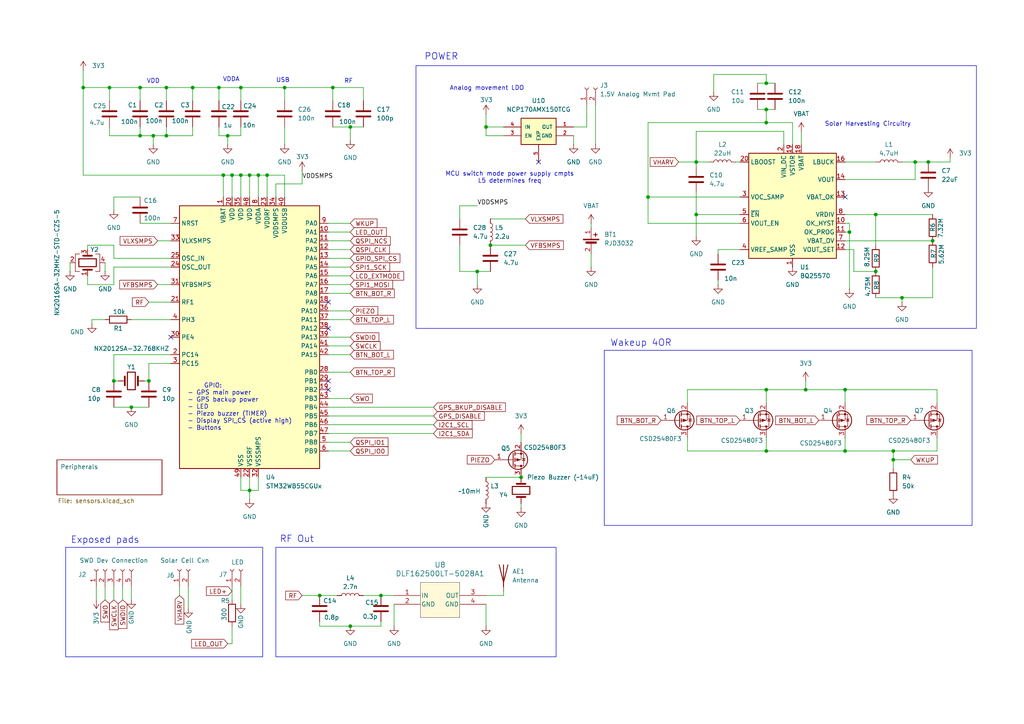
<source format=kicad_sch>
(kicad_sch
	(version 20250114)
	(generator "eeschema")
	(generator_version "9.0")
	(uuid "e760a527-9c72-4bab-bbf9-34a947b0f19b")
	(paper "A4")
	
	(rectangle
		(start 80.01 158.75)
		(end 161.29 190.5)
		(stroke
			(width 0)
			(type default)
		)
		(fill
			(type none)
		)
		(uuid 3db98464-ba87-4aa0-b6a1-2a125e7d3e00)
	)
	(rectangle
		(start 175.26 101.6)
		(end 281.94 152.4)
		(stroke
			(width 0)
			(type default)
		)
		(fill
			(type none)
		)
		(uuid 6ddeec44-47d1-4548-bf9d-af9d53e4cafd)
	)
	(rectangle
		(start 120.65 19.05)
		(end 283.21 95.25)
		(stroke
			(width 0)
			(type default)
		)
		(fill
			(type none)
		)
		(uuid 82f4e756-1d3f-4ed3-afef-eb83ae2d7b08)
	)
	(rectangle
		(start 19.05 158.75)
		(end 76.2 190.5)
		(stroke
			(width 0)
			(type default)
		)
		(fill
			(type none)
		)
		(uuid a7366f6f-b908-4c39-a70a-b6a710e263cb)
	)
	(text "Solar Harvesting Circuitry"
		(exclude_from_sim no)
		(at 251.714 36.068 0)
		(effects
			(font
				(size 1.27 1.27)
			)
		)
		(uuid "04aaf697-15ce-4958-a575-3b9bbee3356a")
	)
	(text "VDDA"
		(exclude_from_sim no)
		(at 67.056 23.114 0)
		(effects
			(font
				(size 1.27 1.27)
			)
		)
		(uuid "6b6a2af7-1aaf-4cee-a90d-135cfbfddb6f")
	)
	(text "POWER"
		(exclude_from_sim no)
		(at 128.016 16.51 0)
		(effects
			(font
				(size 1.905 1.905)
			)
		)
		(uuid "7564508b-2f42-44f0-bddb-7765aee0d14c")
	)
	(text "VDD"
		(exclude_from_sim no)
		(at 44.45 23.622 0)
		(effects
			(font
				(size 1.27 1.27)
			)
		)
		(uuid "76db7935-e2fb-4b66-b300-63434be70aa1")
	)
	(text "	GPIO:\n- GPS main power\n- GPS backup power\n- LED\n- Piezo buzzer (TIMER)\n- Display SPI_CS (active high)\n- Buttons"
		(exclude_from_sim no)
		(at 54.356 118.11 0)
		(effects
			(font
				(size 1.27 1.27)
			)
			(justify left)
		)
		(uuid "7d1c7fe6-dce4-4db7-91cd-bba64743eb1e")
	)
	(text "RF"
		(exclude_from_sim no)
		(at 101.092 23.622 0)
		(effects
			(font
				(size 1.27 1.27)
			)
		)
		(uuid "a1fff872-30ae-4849-ace3-1bb37f13cba7")
	)
	(text "Wakeup 4OR"
		(exclude_from_sim no)
		(at 185.928 99.568 0)
		(effects
			(font
				(size 1.905 1.905)
			)
		)
		(uuid "ac75d022-8190-41d2-9e6c-2a29cad5d0fa")
	)
	(text "Analog movement LDO"
		(exclude_from_sim no)
		(at 141.224 25.654 0)
		(effects
			(font
				(size 1.27 1.27)
			)
		)
		(uuid "c114e8a2-66b4-4cc8-af07-9e42f511c50a")
	)
	(text "USB"
		(exclude_from_sim no)
		(at 82.042 23.368 0)
		(effects
			(font
				(size 1.27 1.27)
			)
		)
		(uuid "da56cb92-9bf8-4af6-990c-df5758e2f613")
	)
	(text "Exposed pads"
		(exclude_from_sim no)
		(at 30.48 156.718 0)
		(effects
			(font
				(size 1.905 1.905)
			)
		)
		(uuid "ec0abcb2-7153-4d31-9fde-35961f064b94")
	)
	(text "RF Out"
		(exclude_from_sim no)
		(at 86.106 156.464 0)
		(effects
			(font
				(size 1.905 1.905)
			)
		)
		(uuid "fa493d88-b0d9-4a12-8416-388e017eb189")
	)
	(text "MCU switch mode power supply cmpts\nL5 determines freq"
		(exclude_from_sim no)
		(at 147.828 51.562 0)
		(effects
			(font
				(size 1.27 1.27)
			)
		)
		(uuid "fd9300ec-a8ea-4d84-b969-e0dee6521d4f")
	)
	(junction
		(at 96.52 25.4)
		(diameter 0)
		(color 0 0 0 0)
		(uuid "059f48d7-1e6e-47ce-b983-615402eeab7a")
	)
	(junction
		(at 48.26 25.4)
		(diameter 0)
		(color 0 0 0 0)
		(uuid "0745bbc7-e564-4332-9f47-e031d6431f3b")
	)
	(junction
		(at 269.24 46.99)
		(diameter 0)
		(color 0 0 0 0)
		(uuid "0957b3c7-7d8e-4d38-8987-1ecc835ad23f")
	)
	(junction
		(at 222.25 24.13)
		(diameter 0)
		(color 0 0 0 0)
		(uuid "0aaf7f44-0364-4f2e-adde-1bdeee197b65")
	)
	(junction
		(at 138.43 78.74)
		(diameter 0)
		(color 0 0 0 0)
		(uuid "0ae51fe9-f84b-4642-a2aa-b05afd0940be")
	)
	(junction
		(at 101.6 181.61)
		(diameter 0)
		(color 0 0 0 0)
		(uuid "0e00f1d4-4d18-4bca-81b3-26db5b437231")
	)
	(junction
		(at 201.93 62.23)
		(diameter 0)
		(color 0 0 0 0)
		(uuid "14f9ec7e-9a60-4502-916e-842057aee2c7")
	)
	(junction
		(at 72.39 142.24)
		(diameter 0)
		(color 0 0 0 0)
		(uuid "17b4e7cc-ca83-499a-a373-65ce76e5ebd6")
	)
	(junction
		(at 270.51 69.85)
		(diameter 0)
		(color 0 0 0 0)
		(uuid "1818e6b5-a954-4b64-a3d7-8db6ac679ebd")
	)
	(junction
		(at 222.25 130.81)
		(diameter 0)
		(color 0 0 0 0)
		(uuid "19b2639a-9cf8-405b-8a2d-e2ef06f0d400")
	)
	(junction
		(at 222.25 113.03)
		(diameter 0)
		(color 0 0 0 0)
		(uuid "1a8bfeab-8dde-4124-9ad7-f3982e668bf5")
	)
	(junction
		(at 261.62 86.36)
		(diameter 0)
		(color 0 0 0 0)
		(uuid "33af3263-66d0-4bac-9aa1-cd371fb1ba11")
	)
	(junction
		(at 69.85 25.4)
		(diameter 0)
		(color 0 0 0 0)
		(uuid "3ae69b0a-8e33-4236-83ed-5fb53ff0114a")
	)
	(junction
		(at 66.04 39.37)
		(diameter 0)
		(color 0 0 0 0)
		(uuid "3dd8bf55-b425-4c86-a8c8-2a1bd1fd97df")
	)
	(junction
		(at 245.11 113.03)
		(diameter 0)
		(color 0 0 0 0)
		(uuid "41d437be-849a-4d8e-88ee-0fe5a86a86a7")
	)
	(junction
		(at 265.43 46.99)
		(diameter 0)
		(color 0 0 0 0)
		(uuid "43e64ea8-90dd-48de-9a39-39dc255af959")
	)
	(junction
		(at 233.68 113.03)
		(diameter 0)
		(color 0 0 0 0)
		(uuid "4c65cb05-88aa-458e-ba1f-bc43dddd3be4")
	)
	(junction
		(at 151.13 138.43)
		(diameter 0)
		(color 0 0 0 0)
		(uuid "5829ae73-e6f0-473d-bea5-7cedf9a15761")
	)
	(junction
		(at 101.6 36.83)
		(diameter 0)
		(color 0 0 0 0)
		(uuid "5a7d78e9-9da1-4a13-912f-649c7f0ae7a6")
	)
	(junction
		(at 24.13 25.4)
		(diameter 0)
		(color 0 0 0 0)
		(uuid "5b3060ad-7657-4f7f-9a6b-570626e6f887")
	)
	(junction
		(at 77.47 50.8)
		(diameter 0)
		(color 0 0 0 0)
		(uuid "6913e5c2-98b7-4e86-9f94-7cd4fa54b0e7")
	)
	(junction
		(at 142.24 71.12)
		(diameter 0)
		(color 0 0 0 0)
		(uuid "749a6793-a33e-4f92-91b1-72b31eac223d")
	)
	(junction
		(at 69.85 50.8)
		(diameter 0)
		(color 0 0 0 0)
		(uuid "7cc4f476-1521-4e80-b1b8-abc60fa523c9")
	)
	(junction
		(at 74.93 50.8)
		(diameter 0)
		(color 0 0 0 0)
		(uuid "80754df8-1b73-491d-9472-adff794b989c")
	)
	(junction
		(at 38.1 118.11)
		(diameter 0)
		(color 0 0 0 0)
		(uuid "81677904-55bf-4787-bd1d-306e89aa6443")
	)
	(junction
		(at 31.75 25.4)
		(diameter 0)
		(color 0 0 0 0)
		(uuid "86bc84b5-c2d4-47ec-b232-98b09919d0b8")
	)
	(junction
		(at 259.08 133.35)
		(diameter 0)
		(color 0 0 0 0)
		(uuid "890cf7ea-124f-40fe-8bea-bb2309098a23")
	)
	(junction
		(at 222.25 31.75)
		(diameter 0)
		(color 0 0 0 0)
		(uuid "90038029-a3ca-4d3a-a5e1-bb209ccdab9c")
	)
	(junction
		(at 43.18 110.49)
		(diameter 0)
		(color 0 0 0 0)
		(uuid "9073d2f8-c2bd-4516-9d81-bc67c46e7445")
	)
	(junction
		(at 44.45 39.37)
		(diameter 0)
		(color 0 0 0 0)
		(uuid "928d2430-00e5-46fa-a65e-6c5bdf2a5f08")
	)
	(junction
		(at 222.25 35.56)
		(diameter 0)
		(color 0 0 0 0)
		(uuid "93c322c6-dcfb-456e-8fdd-9e266a46f98f")
	)
	(junction
		(at 92.71 172.72)
		(diameter 0)
		(color 0 0 0 0)
		(uuid "95a425f6-95d0-4ef0-bb50-67a2e83243e0")
	)
	(junction
		(at 246.38 67.31)
		(diameter 0)
		(color 0 0 0 0)
		(uuid "a5c2e55a-0d87-48fb-bc0c-6d8f449a3adc")
	)
	(junction
		(at 64.77 50.8)
		(diameter 0)
		(color 0 0 0 0)
		(uuid "a79d9254-5be4-4ed2-aac0-cbc13dc0ae0d")
	)
	(junction
		(at 55.88 25.4)
		(diameter 0)
		(color 0 0 0 0)
		(uuid "a9233a0a-fe90-4c0e-a79b-f08edf4af33f")
	)
	(junction
		(at 82.55 25.4)
		(diameter 0)
		(color 0 0 0 0)
		(uuid "a9e4aeae-70f8-497d-a54b-2110f844e610")
	)
	(junction
		(at 187.96 57.15)
		(diameter 0)
		(color 0 0 0 0)
		(uuid "ac049fa0-3f80-413f-9f34-f03472598dd2")
	)
	(junction
		(at 67.31 50.8)
		(diameter 0)
		(color 0 0 0 0)
		(uuid "aeec5ad0-f05d-4e11-b35d-8e65eef80b5f")
	)
	(junction
		(at 245.11 130.81)
		(diameter 0)
		(color 0 0 0 0)
		(uuid "b2197bea-4b49-4ffb-98d7-bc95b192cf7b")
	)
	(junction
		(at 201.93 46.99)
		(diameter 0)
		(color 0 0 0 0)
		(uuid "b4b2afc3-aec5-46ea-a0c8-b759f08e9b01")
	)
	(junction
		(at 259.08 130.81)
		(diameter 0)
		(color 0 0 0 0)
		(uuid "b4ce354b-853f-41c0-9146-a3c3b2286194")
	)
	(junction
		(at 33.02 110.49)
		(diameter 0)
		(color 0 0 0 0)
		(uuid "b50d8312-30fb-402d-85bf-bd4ba841edb7")
	)
	(junction
		(at 40.64 39.37)
		(diameter 0)
		(color 0 0 0 0)
		(uuid "b6d84eec-719f-460a-ad37-66a1e18fd5da")
	)
	(junction
		(at 72.39 50.8)
		(diameter 0)
		(color 0 0 0 0)
		(uuid "c242df3a-6849-4ccc-8b7e-8823a93c2080")
	)
	(junction
		(at 40.64 25.4)
		(diameter 0)
		(color 0 0 0 0)
		(uuid "c2f214eb-c4e9-48ef-ad52-4477edd920b3")
	)
	(junction
		(at 48.26 39.37)
		(diameter 0)
		(color 0 0 0 0)
		(uuid "d0b94593-1deb-4e0f-94be-76668736d0ff")
	)
	(junction
		(at 63.5 25.4)
		(diameter 0)
		(color 0 0 0 0)
		(uuid "d5bfe0f6-1cc2-4e2d-b3c3-b2ecae581661")
	)
	(junction
		(at 254 78.74)
		(diameter 0)
		(color 0 0 0 0)
		(uuid "e3fc2ea4-8d04-4b1d-8100-9de6b938ba71")
	)
	(junction
		(at 254 62.23)
		(diameter 0)
		(color 0 0 0 0)
		(uuid "f4bd27ad-cf6f-42be-a6e0-d6553353c6f5")
	)
	(junction
		(at 110.49 172.72)
		(diameter 0)
		(color 0 0 0 0)
		(uuid "f6be6ff5-df58-4d54-a828-6cc70c47032c")
	)
	(junction
		(at 140.97 36.83)
		(diameter 0)
		(color 0 0 0 0)
		(uuid "fd5846f8-a26d-443c-9d17-486bcc1ddc7d")
	)
	(no_connect
		(at 95.25 113.03)
		(uuid "0ed4589b-f334-4efe-8b43-81b7832dc575")
	)
	(no_connect
		(at 95.25 95.25)
		(uuid "2fac2de1-0c25-47ed-8414-107dbcfbc3d2")
	)
	(no_connect
		(at 95.25 87.63)
		(uuid "467bea14-3bd4-4e7d-a107-7f9c4cf3fa0a")
	)
	(no_connect
		(at 245.11 57.15)
		(uuid "6e4d8504-18b0-4777-8e84-ff9a9e245669")
	)
	(no_connect
		(at 49.53 97.79)
		(uuid "82bf145f-8dd0-4af1-af57-c994ff9125c2")
	)
	(no_connect
		(at 95.25 110.49)
		(uuid "ad80509a-2851-42cd-a5e8-3c003520d966")
	)
	(no_connect
		(at 156.21 46.99)
		(uuid "ec839034-5a7f-4907-b574-dc6f284e3773")
	)
	(wire
		(pts
			(xy 271.78 116.84) (xy 271.78 113.03)
		)
		(stroke
			(width 0)
			(type default)
		)
		(uuid "00131fe6-d060-413d-90f5-9bcbbf55ca00")
	)
	(wire
		(pts
			(xy 138.43 78.74) (xy 142.24 78.74)
		)
		(stroke
			(width 0)
			(type default)
		)
		(uuid "033df933-1b69-40de-8dbd-a0a1db3e5639")
	)
	(wire
		(pts
			(xy 95.25 123.19) (xy 125.73 123.19)
		)
		(stroke
			(width 0)
			(type default)
		)
		(uuid "034b8fd7-0fde-4e1c-8edc-d27f43c9d1c4")
	)
	(wire
		(pts
			(xy 45.72 82.55) (xy 49.53 82.55)
		)
		(stroke
			(width 0)
			(type default)
		)
		(uuid "042767b7-f499-4acd-be68-0da7122ffbf9")
	)
	(wire
		(pts
			(xy 44.45 39.37) (xy 48.26 39.37)
		)
		(stroke
			(width 0)
			(type default)
		)
		(uuid "053cb541-9e9f-421c-9e16-6e75c325bbc3")
	)
	(wire
		(pts
			(xy 101.6 40.64) (xy 101.6 36.83)
		)
		(stroke
			(width 0)
			(type default)
		)
		(uuid "0746a1fd-62be-4dba-9959-edc27bd73f31")
	)
	(wire
		(pts
			(xy 199.39 116.84) (xy 199.39 113.03)
		)
		(stroke
			(width 0)
			(type default)
		)
		(uuid "07488574-c553-4de1-afd7-8d513ec59133")
	)
	(wire
		(pts
			(xy 259.08 130.81) (xy 245.11 130.81)
		)
		(stroke
			(width 0)
			(type default)
		)
		(uuid "0bc9f4a8-7393-41f6-9cc3-80cdecebf7b5")
	)
	(wire
		(pts
			(xy 55.88 36.83) (xy 55.88 39.37)
		)
		(stroke
			(width 0)
			(type default)
		)
		(uuid "0c374475-671f-4f07-808d-9b8691246d10")
	)
	(wire
		(pts
			(xy 24.13 25.4) (xy 24.13 50.8)
		)
		(stroke
			(width 0)
			(type default)
		)
		(uuid "0ca5f8ac-fb67-4cbd-af2e-0806d928b961")
	)
	(wire
		(pts
			(xy 270.51 86.36) (xy 270.51 77.47)
		)
		(stroke
			(width 0)
			(type default)
		)
		(uuid "0e4866e4-66a0-454b-ac58-9b0eefbba5f8")
	)
	(wire
		(pts
			(xy 214.63 62.23) (xy 201.93 62.23)
		)
		(stroke
			(width 0)
			(type default)
		)
		(uuid "0ec1b1ea-96fd-41bf-b97b-afabbe603b9c")
	)
	(wire
		(pts
			(xy 275.59 45.72) (xy 275.59 46.99)
		)
		(stroke
			(width 0)
			(type default)
		)
		(uuid "10139e86-e1c1-43c6-b3c3-dad7e472018d")
	)
	(wire
		(pts
			(xy 222.25 130.81) (xy 245.11 130.81)
		)
		(stroke
			(width 0)
			(type default)
		)
		(uuid "1053812a-67c7-436e-99cc-5917e8a36761")
	)
	(wire
		(pts
			(xy 187.96 57.15) (xy 187.96 64.77)
		)
		(stroke
			(width 0)
			(type default)
		)
		(uuid "115dcc97-3c30-435d-948b-9efe5b72465b")
	)
	(wire
		(pts
			(xy 275.59 46.99) (xy 269.24 46.99)
		)
		(stroke
			(width 0)
			(type default)
		)
		(uuid "1167f5bd-7e41-46cd-9862-5db41ab9d395")
	)
	(wire
		(pts
			(xy 45.72 69.85) (xy 49.53 69.85)
		)
		(stroke
			(width 0)
			(type default)
		)
		(uuid "1382c345-647a-4b3d-8721-ed592536bb35")
	)
	(wire
		(pts
			(xy 140.97 36.83) (xy 146.05 36.83)
		)
		(stroke
			(width 0)
			(type default)
		)
		(uuid "13a7c34d-9c7c-4ed9-9563-f10ff5deda77")
	)
	(wire
		(pts
			(xy 52.07 170.18) (xy 52.07 172.72)
		)
		(stroke
			(width 0)
			(type default)
		)
		(uuid "142a549c-1ee1-4d9f-a1b0-dd76a847be72")
	)
	(wire
		(pts
			(xy 166.37 36.83) (xy 170.18 36.83)
		)
		(stroke
			(width 0)
			(type default)
		)
		(uuid "14323556-fd7d-4d47-8388-d2bd8cb2a222")
	)
	(wire
		(pts
			(xy 233.68 113.03) (xy 245.11 113.03)
		)
		(stroke
			(width 0)
			(type default)
		)
		(uuid "14e1bc7e-d4eb-4905-8357-2a7d717f6276")
	)
	(wire
		(pts
			(xy 142.24 63.5) (xy 152.4 63.5)
		)
		(stroke
			(width 0)
			(type default)
		)
		(uuid "1646f11a-3959-45f4-ba96-4c90f3d0e999")
	)
	(wire
		(pts
			(xy 245.11 52.07) (xy 265.43 52.07)
		)
		(stroke
			(width 0)
			(type default)
		)
		(uuid "17dbc984-82c1-44b5-ba55-a2f596580c99")
	)
	(wire
		(pts
			(xy 227.33 41.91) (xy 227.33 38.1)
		)
		(stroke
			(width 0)
			(type default)
		)
		(uuid "187a9bfa-a40c-42b4-9f09-63e27de7149c")
	)
	(wire
		(pts
			(xy 87.63 172.72) (xy 92.71 172.72)
		)
		(stroke
			(width 0)
			(type default)
		)
		(uuid "188075a7-296a-4b55-9537-8ece87687987")
	)
	(wire
		(pts
			(xy 48.26 25.4) (xy 55.88 25.4)
		)
		(stroke
			(width 0)
			(type default)
		)
		(uuid "18f60a37-b31c-4489-9c46-ebdc15818c61")
	)
	(wire
		(pts
			(xy 69.85 25.4) (xy 82.55 25.4)
		)
		(stroke
			(width 0)
			(type default)
		)
		(uuid "19216a40-0050-4233-a9b5-b380892ca396")
	)
	(wire
		(pts
			(xy 172.72 30.48) (xy 172.72 41.91)
		)
		(stroke
			(width 0)
			(type default)
		)
		(uuid "1a5dc646-504d-4386-ad5f-bacfe16f302d")
	)
	(wire
		(pts
			(xy 245.11 62.23) (xy 254 62.23)
		)
		(stroke
			(width 0)
			(type default)
		)
		(uuid "1acdd729-0ca0-467c-9af5-8e670c86c973")
	)
	(wire
		(pts
			(xy 64.77 50.8) (xy 64.77 57.15)
		)
		(stroke
			(width 0)
			(type default)
		)
		(uuid "1cc1a8d9-2f5c-4bcf-995c-5d0caae7b986")
	)
	(wire
		(pts
			(xy 114.3 175.26) (xy 114.3 181.61)
		)
		(stroke
			(width 0)
			(type default)
		)
		(uuid "1d4e8c42-809f-4ba1-a7fd-962f47c01986")
	)
	(wire
		(pts
			(xy 222.25 31.75) (xy 224.79 31.75)
		)
		(stroke
			(width 0)
			(type default)
		)
		(uuid "1fde5aaa-d855-4f4c-8077-d06e1b26cc93")
	)
	(wire
		(pts
			(xy 95.25 85.09) (xy 101.6 85.09)
		)
		(stroke
			(width 0)
			(type default)
		)
		(uuid "1fe79714-6daa-453a-b8d5-7e665be6d3bc")
	)
	(wire
		(pts
			(xy 35.56 170.18) (xy 35.56 173.99)
		)
		(stroke
			(width 0)
			(type default)
		)
		(uuid "2248382c-8c74-4c6e-ae5c-33b27f3d6e6a")
	)
	(wire
		(pts
			(xy 133.35 63.5) (xy 133.35 59.69)
		)
		(stroke
			(width 0)
			(type default)
		)
		(uuid "22b820d1-1bb3-4247-9704-542658395945")
	)
	(wire
		(pts
			(xy 82.55 36.83) (xy 82.55 41.91)
		)
		(stroke
			(width 0)
			(type default)
		)
		(uuid "23570351-333a-427f-9373-010d09e918a5")
	)
	(wire
		(pts
			(xy 31.75 36.83) (xy 31.75 39.37)
		)
		(stroke
			(width 0)
			(type default)
		)
		(uuid "236c63a0-3e41-4069-9845-a281495e4b68")
	)
	(wire
		(pts
			(xy 67.31 57.15) (xy 67.31 50.8)
		)
		(stroke
			(width 0)
			(type default)
		)
		(uuid "23e0e519-7a87-4a8f-902b-5ad802c039b8")
	)
	(wire
		(pts
			(xy 170.18 30.48) (xy 170.18 36.83)
		)
		(stroke
			(width 0)
			(type default)
		)
		(uuid "2438cac6-fefc-45f5-9996-bb627f76e8b1")
	)
	(wire
		(pts
			(xy 33.02 170.18) (xy 33.02 173.99)
		)
		(stroke
			(width 0)
			(type default)
		)
		(uuid "24e407fb-9cb1-46c4-9cf7-c71eb2edd132")
	)
	(wire
		(pts
			(xy 40.64 25.4) (xy 48.26 25.4)
		)
		(stroke
			(width 0)
			(type default)
		)
		(uuid "2653e311-a70e-475d-987d-d454ae881c0b")
	)
	(wire
		(pts
			(xy 265.43 52.07) (xy 265.43 46.99)
		)
		(stroke
			(width 0)
			(type default)
		)
		(uuid "2703a956-e652-40e0-b937-bda3b02804fd")
	)
	(wire
		(pts
			(xy 254 62.23) (xy 254 71.12)
		)
		(stroke
			(width 0)
			(type default)
		)
		(uuid "29d837f4-ac40-4287-9858-a54d93fbb78f")
	)
	(wire
		(pts
			(xy 82.55 50.8) (xy 77.47 50.8)
		)
		(stroke
			(width 0)
			(type default)
		)
		(uuid "2a835937-e89c-4851-a00c-b3164373f2c5")
	)
	(wire
		(pts
			(xy 69.85 170.18) (xy 69.85 175.26)
		)
		(stroke
			(width 0)
			(type default)
		)
		(uuid "2ab3dec0-821d-4228-99d1-e790f501c240")
	)
	(wire
		(pts
			(xy 201.93 62.23) (xy 201.93 68.58)
		)
		(stroke
			(width 0)
			(type default)
		)
		(uuid "2bf662b7-4d8b-45b0-9503-776e3ac55d37")
	)
	(wire
		(pts
			(xy 77.47 57.15) (xy 77.47 50.8)
		)
		(stroke
			(width 0)
			(type default)
		)
		(uuid "2f8dbe50-382b-4118-9592-c75afd03f37e")
	)
	(wire
		(pts
			(xy 229.87 35.56) (xy 222.25 35.56)
		)
		(stroke
			(width 0)
			(type default)
		)
		(uuid "2fb81515-0fca-402f-8180-4d7f0cfd038c")
	)
	(wire
		(pts
			(xy 67.31 50.8) (xy 69.85 50.8)
		)
		(stroke
			(width 0)
			(type default)
		)
		(uuid "308616e4-2b77-42e2-95da-f53ae4a78d2f")
	)
	(wire
		(pts
			(xy 40.64 29.21) (xy 40.64 25.4)
		)
		(stroke
			(width 0)
			(type default)
		)
		(uuid "30cf941b-4a4f-44ba-940d-9cae6d9655ba")
	)
	(wire
		(pts
			(xy 140.97 172.72) (xy 146.05 172.72)
		)
		(stroke
			(width 0)
			(type default)
		)
		(uuid "31704fc4-2de6-4fc7-9cfd-2eae49d3cb25")
	)
	(wire
		(pts
			(xy 33.02 77.47) (xy 49.53 77.47)
		)
		(stroke
			(width 0)
			(type default)
		)
		(uuid "31cf5df0-94af-463c-b093-315f685e9b93")
	)
	(wire
		(pts
			(xy 201.93 46.99) (xy 205.74 46.99)
		)
		(stroke
			(width 0)
			(type default)
		)
		(uuid "31f63dcf-331f-4a44-a4a0-5c429d541898")
	)
	(wire
		(pts
			(xy 30.48 76.2) (xy 30.48 78.74)
		)
		(stroke
			(width 0)
			(type default)
		)
		(uuid "330f05ac-83ac-46e9-8cf2-0ad7166a1a8c")
	)
	(wire
		(pts
			(xy 38.1 92.71) (xy 49.53 92.71)
		)
		(stroke
			(width 0)
			(type default)
		)
		(uuid "33897d70-8aab-4c90-9d12-b0d6531fa357")
	)
	(wire
		(pts
			(xy 74.93 142.24) (xy 72.39 142.24)
		)
		(stroke
			(width 0)
			(type default)
		)
		(uuid "35fadd9a-7236-462e-85dc-59d83b94e3ba")
	)
	(wire
		(pts
			(xy 92.71 172.72) (xy 97.79 172.72)
		)
		(stroke
			(width 0)
			(type default)
		)
		(uuid "38ad0a65-faa7-4f7c-9298-088a37409e5e")
	)
	(wire
		(pts
			(xy 133.35 59.69) (xy 138.43 59.69)
		)
		(stroke
			(width 0)
			(type default)
		)
		(uuid "3a6aaedc-d222-4016-a39f-a6e5113f78e9")
	)
	(wire
		(pts
			(xy 105.41 25.4) (xy 105.41 29.21)
		)
		(stroke
			(width 0)
			(type default)
		)
		(uuid "3afc6916-26ea-4257-b94e-9bd5df055efd")
	)
	(wire
		(pts
			(xy 199.39 130.81) (xy 222.25 130.81)
		)
		(stroke
			(width 0)
			(type default)
		)
		(uuid "3bc062fd-ece2-48c4-86ab-72192b516f9d")
	)
	(wire
		(pts
			(xy 95.25 97.79) (xy 101.6 97.79)
		)
		(stroke
			(width 0)
			(type default)
		)
		(uuid "3c91588c-5b4b-4eb9-ab86-a472cb32b4dc")
	)
	(wire
		(pts
			(xy 95.25 118.11) (xy 125.73 118.11)
		)
		(stroke
			(width 0)
			(type default)
		)
		(uuid "3cb54f80-26dd-48aa-a208-d2332b87b958")
	)
	(wire
		(pts
			(xy 264.16 133.35) (xy 259.08 133.35)
		)
		(stroke
			(width 0)
			(type default)
		)
		(uuid "3d6980fe-18ae-43d9-9e96-dff0405a7419")
	)
	(wire
		(pts
			(xy 196.85 46.99) (xy 201.93 46.99)
		)
		(stroke
			(width 0)
			(type default)
		)
		(uuid "3dacbf52-719d-41cf-bdeb-55332ac46e10")
	)
	(wire
		(pts
			(xy 43.18 110.49) (xy 43.18 105.41)
		)
		(stroke
			(width 0)
			(type default)
		)
		(uuid "3e21f56d-1de7-4206-b64c-113a761e59a8")
	)
	(wire
		(pts
			(xy 33.02 110.49) (xy 34.29 110.49)
		)
		(stroke
			(width 0)
			(type default)
		)
		(uuid "3edcb28c-e800-4e9f-bb3c-4611b6daca4b")
	)
	(wire
		(pts
			(xy 245.11 69.85) (xy 270.51 69.85)
		)
		(stroke
			(width 0)
			(type default)
		)
		(uuid "3f775a09-5b5c-4154-b3c3-e1a2208dea03")
	)
	(wire
		(pts
			(xy 48.26 39.37) (xy 48.26 36.83)
		)
		(stroke
			(width 0)
			(type default)
		)
		(uuid "40f28b75-12ba-4894-b9b2-3b6750df1ce6")
	)
	(wire
		(pts
			(xy 66.04 39.37) (xy 63.5 39.37)
		)
		(stroke
			(width 0)
			(type default)
		)
		(uuid "415f9093-db4a-47f0-8311-5c3e841ea9d5")
	)
	(wire
		(pts
			(xy 72.39 57.15) (xy 72.39 50.8)
		)
		(stroke
			(width 0)
			(type default)
		)
		(uuid "41a5155a-5455-4444-96a0-da4c609ca514")
	)
	(wire
		(pts
			(xy 229.87 41.91) (xy 229.87 35.56)
		)
		(stroke
			(width 0)
			(type default)
		)
		(uuid "426298bb-bf64-435d-ae61-172aba8746ef")
	)
	(wire
		(pts
			(xy 222.25 113.03) (xy 233.68 113.03)
		)
		(stroke
			(width 0)
			(type default)
		)
		(uuid "4422aaba-1abb-4e85-8fe0-f7c5d27d048b")
	)
	(wire
		(pts
			(xy 26.67 93.98) (xy 26.67 92.71)
		)
		(stroke
			(width 0)
			(type default)
		)
		(uuid "445d17fa-affb-41cb-bc3b-bb1d1bfad7cd")
	)
	(wire
		(pts
			(xy 213.36 46.99) (xy 214.63 46.99)
		)
		(stroke
			(width 0)
			(type default)
		)
		(uuid "45ac4574-a495-41e5-8a92-d2bb3a86cfcf")
	)
	(wire
		(pts
			(xy 187.96 57.15) (xy 214.63 57.15)
		)
		(stroke
			(width 0)
			(type default)
		)
		(uuid "45f3f727-f7dc-4bb8-bf85-ff7244e690c9")
	)
	(wire
		(pts
			(xy 199.39 127) (xy 199.39 130.81)
		)
		(stroke
			(width 0)
			(type default)
		)
		(uuid "46261c43-5394-4856-babb-c1b4ae859bd9")
	)
	(wire
		(pts
			(xy 82.55 25.4) (xy 96.52 25.4)
		)
		(stroke
			(width 0)
			(type default)
		)
		(uuid "478cb2fd-0f3c-4bc3-8ce2-bd513ef23ba8")
	)
	(wire
		(pts
			(xy 259.08 133.35) (xy 259.08 135.89)
		)
		(stroke
			(width 0)
			(type default)
		)
		(uuid "488725cc-f74d-4a21-9831-61ede574eb35")
	)
	(wire
		(pts
			(xy 247.65 72.39) (xy 247.65 78.74)
		)
		(stroke
			(width 0)
			(type default)
		)
		(uuid "496faaf2-7b08-4c7b-a1ca-5ad1236391e5")
	)
	(wire
		(pts
			(xy 259.08 130.81) (xy 259.08 133.35)
		)
		(stroke
			(width 0)
			(type default)
		)
		(uuid "4981474a-a5c4-44f5-a184-0e711a0b1ab0")
	)
	(wire
		(pts
			(xy 66.04 39.37) (xy 66.04 41.91)
		)
		(stroke
			(width 0)
			(type default)
		)
		(uuid "49e7d029-3f4a-401f-a8f2-3f3f989a6c82")
	)
	(wire
		(pts
			(xy 187.96 35.56) (xy 222.25 35.56)
		)
		(stroke
			(width 0)
			(type default)
		)
		(uuid "4b24f6c6-caee-420b-840b-c857804c3e8e")
	)
	(wire
		(pts
			(xy 63.5 25.4) (xy 69.85 25.4)
		)
		(stroke
			(width 0)
			(type default)
		)
		(uuid "4bc22ac1-b1b5-4beb-aab5-8d8312c46d8d")
	)
	(wire
		(pts
			(xy 246.38 67.31) (xy 246.38 83.82)
		)
		(stroke
			(width 0)
			(type default)
		)
		(uuid "4c222bb4-a83f-4554-b530-081edea07832")
	)
	(wire
		(pts
			(xy 63.5 25.4) (xy 63.5 29.21)
		)
		(stroke
			(width 0)
			(type default)
		)
		(uuid "4c4c2631-166a-4ef6-a718-cbb6f0aeaba5")
	)
	(wire
		(pts
			(xy 254 86.36) (xy 261.62 86.36)
		)
		(stroke
			(width 0)
			(type default)
		)
		(uuid "4e5beae1-f88e-4d87-9933-3921b6da586c")
	)
	(wire
		(pts
			(xy 49.53 74.93) (xy 33.02 74.93)
		)
		(stroke
			(width 0)
			(type default)
		)
		(uuid "4e807940-c953-40fa-a4a2-2b3ac670e8af")
	)
	(wire
		(pts
			(xy 95.25 100.33) (xy 101.6 100.33)
		)
		(stroke
			(width 0)
			(type default)
		)
		(uuid "50dcdbd7-cf4d-440a-b2ef-6b388ba7f4ab")
	)
	(wire
		(pts
			(xy 92.71 180.34) (xy 92.71 181.61)
		)
		(stroke
			(width 0)
			(type default)
		)
		(uuid "5289cc2a-8453-442d-b4de-bc48eff5a807")
	)
	(wire
		(pts
			(xy 271.78 130.81) (xy 259.08 130.81)
		)
		(stroke
			(width 0)
			(type default)
		)
		(uuid "54a919bc-c627-4ff4-9256-6e400fb25bd6")
	)
	(wire
		(pts
			(xy 80.01 53.34) (xy 87.63 53.34)
		)
		(stroke
			(width 0)
			(type default)
		)
		(uuid "55cd0db7-be39-4123-9831-1647485c1218")
	)
	(wire
		(pts
			(xy 26.67 92.71) (xy 30.48 92.71)
		)
		(stroke
			(width 0)
			(type default)
		)
		(uuid "56cd3871-92a0-47a8-858a-8755fb8c15ae")
	)
	(wire
		(pts
			(xy 96.52 25.4) (xy 105.41 25.4)
		)
		(stroke
			(width 0)
			(type default)
		)
		(uuid "57e1eb44-3a97-40d0-b84f-a9f4969a3460")
	)
	(wire
		(pts
			(xy 95.25 120.65) (xy 125.73 120.65)
		)
		(stroke
			(width 0)
			(type default)
		)
		(uuid "58225bc7-8a07-44e1-9ad0-4810ee24f48c")
	)
	(wire
		(pts
			(xy 101.6 36.83) (xy 105.41 36.83)
		)
		(stroke
			(width 0)
			(type default)
		)
		(uuid "59f90377-40ba-4139-b98f-1ab98cae2724")
	)
	(wire
		(pts
			(xy 207.01 21.59) (xy 222.25 21.59)
		)
		(stroke
			(width 0)
			(type default)
		)
		(uuid "5e484468-6749-4a14-971b-912aa1f304b0")
	)
	(wire
		(pts
			(xy 33.02 74.93) (xy 33.02 71.12)
		)
		(stroke
			(width 0)
			(type default)
		)
		(uuid "5fdfc267-5049-4e47-acb3-e86104b3e632")
	)
	(wire
		(pts
			(xy 74.93 57.15) (xy 74.93 50.8)
		)
		(stroke
			(width 0)
			(type default)
		)
		(uuid "601a5a5b-ee30-4b2d-84e0-fd19980f4369")
	)
	(wire
		(pts
			(xy 171.45 64.77) (xy 171.45 66.04)
		)
		(stroke
			(width 0)
			(type default)
		)
		(uuid "610ed7ad-e907-4149-8de0-cb2f439500a5")
	)
	(wire
		(pts
			(xy 140.97 39.37) (xy 140.97 36.83)
		)
		(stroke
			(width 0)
			(type default)
		)
		(uuid "613cc296-9eb3-4dfb-b4d7-58df1da5c978")
	)
	(wire
		(pts
			(xy 187.96 35.56) (xy 187.96 57.15)
		)
		(stroke
			(width 0)
			(type default)
		)
		(uuid "6228da9d-2cf1-4e02-a121-d9678d955d3c")
	)
	(wire
		(pts
			(xy 245.11 67.31) (xy 246.38 67.31)
		)
		(stroke
			(width 0)
			(type default)
		)
		(uuid "62b88864-2dbe-46ec-9433-8a43cdb4c8ad")
	)
	(wire
		(pts
			(xy 95.25 102.87) (xy 101.6 102.87)
		)
		(stroke
			(width 0)
			(type default)
		)
		(uuid "64f4ce95-b48e-45b7-969f-3482d0e99828")
	)
	(wire
		(pts
			(xy 245.11 113.03) (xy 245.11 116.84)
		)
		(stroke
			(width 0)
			(type default)
		)
		(uuid "68c13326-ff91-4cda-8052-db3aa38dcf8b")
	)
	(wire
		(pts
			(xy 80.01 57.15) (xy 80.01 53.34)
		)
		(stroke
			(width 0)
			(type default)
		)
		(uuid "69482a31-717d-4e6e-968b-671cc9fd4e30")
	)
	(wire
		(pts
			(xy 133.35 78.74) (xy 138.43 78.74)
		)
		(stroke
			(width 0)
			(type default)
		)
		(uuid "69752ea1-62f2-45e6-87a2-705db10e672b")
	)
	(wire
		(pts
			(xy 31.75 25.4) (xy 31.75 29.21)
		)
		(stroke
			(width 0)
			(type default)
		)
		(uuid "69c1cb66-3fdf-4b4d-aa0d-fe8a757c009c")
	)
	(wire
		(pts
			(xy 95.25 130.81) (xy 101.6 130.81)
		)
		(stroke
			(width 0)
			(type default)
		)
		(uuid "6ef81b97-6e22-4efe-ab3f-8a918a41d00d")
	)
	(wire
		(pts
			(xy 33.02 82.55) (xy 33.02 77.47)
		)
		(stroke
			(width 0)
			(type default)
		)
		(uuid "6fca228c-73eb-4182-b909-78dde7047264")
	)
	(wire
		(pts
			(xy 77.47 50.8) (xy 74.93 50.8)
		)
		(stroke
			(width 0)
			(type default)
		)
		(uuid "72d99b95-6cb9-431e-936c-c0fcb50c459c")
	)
	(wire
		(pts
			(xy 207.01 26.67) (xy 207.01 21.59)
		)
		(stroke
			(width 0)
			(type default)
		)
		(uuid "779e6237-e09b-48ee-9eb6-de2ab09b55c7")
	)
	(wire
		(pts
			(xy 95.25 64.77) (xy 101.6 64.77)
		)
		(stroke
			(width 0)
			(type default)
		)
		(uuid "782c3ec5-c7c5-41d9-bfb1-2af3f0b852c6")
	)
	(wire
		(pts
			(xy 254 62.23) (xy 270.51 62.23)
		)
		(stroke
			(width 0)
			(type default)
		)
		(uuid "7cabd7ea-8ea0-49bb-91a5-47ca4833b3d5")
	)
	(wire
		(pts
			(xy 63.5 36.83) (xy 63.5 39.37)
		)
		(stroke
			(width 0)
			(type default)
		)
		(uuid "7da44548-25a1-49a5-b0e9-92eb68b50745")
	)
	(wire
		(pts
			(xy 245.11 64.77) (xy 246.38 64.77)
		)
		(stroke
			(width 0)
			(type default)
		)
		(uuid "7e96f9b7-dc3c-4556-bc5e-091518a6a27c")
	)
	(wire
		(pts
			(xy 27.94 170.18) (xy 27.94 173.99)
		)
		(stroke
			(width 0)
			(type default)
		)
		(uuid "81bf6d30-5049-4c4a-a995-5ee594950279")
	)
	(wire
		(pts
			(xy 140.97 138.43) (xy 151.13 138.43)
		)
		(stroke
			(width 0)
			(type default)
		)
		(uuid "8211c1ab-2644-4c12-94f4-a876b9785701")
	)
	(wire
		(pts
			(xy 25.4 71.12) (xy 33.02 71.12)
		)
		(stroke
			(width 0)
			(type default)
		)
		(uuid "842a6077-7884-4236-8468-25ae8c51325f")
	)
	(wire
		(pts
			(xy 133.35 71.12) (xy 133.35 78.74)
		)
		(stroke
			(width 0)
			(type default)
		)
		(uuid "87e4a88d-12af-49e3-92d3-602f906d6aa1")
	)
	(wire
		(pts
			(xy 48.26 25.4) (xy 48.26 29.21)
		)
		(stroke
			(width 0)
			(type default)
		)
		(uuid "882f0a25-da81-4889-b6d0-8c65e9d412b0")
	)
	(wire
		(pts
			(xy 72.39 138.43) (xy 72.39 142.24)
		)
		(stroke
			(width 0)
			(type default)
		)
		(uuid "88b89b02-0f8c-4e5f-959d-3fa6879c2ba0")
	)
	(wire
		(pts
			(xy 199.39 113.03) (xy 222.25 113.03)
		)
		(stroke
			(width 0)
			(type default)
		)
		(uuid "893162f8-e9e9-4883-aa5e-67a32e053548")
	)
	(wire
		(pts
			(xy 95.25 128.27) (xy 101.6 128.27)
		)
		(stroke
			(width 0)
			(type default)
		)
		(uuid "8afcb472-2781-42f7-854b-57e870361aff")
	)
	(wire
		(pts
			(xy 245.11 72.39) (xy 247.65 72.39)
		)
		(stroke
			(width 0)
			(type default)
		)
		(uuid "8b5922ed-07d8-4567-9592-801d6a3e67a2")
	)
	(wire
		(pts
			(xy 95.25 92.71) (xy 101.6 92.71)
		)
		(stroke
			(width 0)
			(type default)
		)
		(uuid "8b60fbcd-63fc-4fb0-9f13-12400d034d1c")
	)
	(wire
		(pts
			(xy 222.25 127) (xy 222.25 130.81)
		)
		(stroke
			(width 0)
			(type default)
		)
		(uuid "8ee98f45-d657-47ae-8630-734eea4aabcf")
	)
	(wire
		(pts
			(xy 105.41 172.72) (xy 110.49 172.72)
		)
		(stroke
			(width 0)
			(type default)
		)
		(uuid "9045156c-20f5-4740-9d7e-030c850cf59a")
	)
	(wire
		(pts
			(xy 25.4 80.01) (xy 25.4 82.55)
		)
		(stroke
			(width 0)
			(type default)
		)
		(uuid "91caa5d4-9b54-4e44-b6cb-39de0cfbaf91")
	)
	(wire
		(pts
			(xy 31.75 39.37) (xy 40.64 39.37)
		)
		(stroke
			(width 0)
			(type default)
		)
		(uuid "92f7ec74-6dba-421e-b01a-ac297ac9b142")
	)
	(wire
		(pts
			(xy 64.77 50.8) (xy 24.13 50.8)
		)
		(stroke
			(width 0)
			(type default)
		)
		(uuid "93781cf2-2fd1-4af6-86db-e1369ed2252c")
	)
	(wire
		(pts
			(xy 69.85 138.43) (xy 69.85 142.24)
		)
		(stroke
			(width 0)
			(type default)
		)
		(uuid "93b041d4-0bd9-42e1-88f1-500b6f209d7b")
	)
	(wire
		(pts
			(xy 87.63 49.53) (xy 87.63 53.34)
		)
		(stroke
			(width 0)
			(type default)
		)
		(uuid "93ec45d0-c155-4305-b0ea-58b9bc28c80c")
	)
	(wire
		(pts
			(xy 208.28 73.66) (xy 208.28 72.39)
		)
		(stroke
			(width 0)
			(type default)
		)
		(uuid "9421abf5-ff6f-4c87-8b93-cb572af05b0e")
	)
	(wire
		(pts
			(xy 232.41 38.1) (xy 232.41 41.91)
		)
		(stroke
			(width 0)
			(type default)
		)
		(uuid "943ad280-27bd-4247-a8fa-6e513de734ee")
	)
	(wire
		(pts
			(xy 25.4 82.55) (xy 33.02 82.55)
		)
		(stroke
			(width 0)
			(type default)
		)
		(uuid "975721c2-cca3-4852-a040-2f10d5d5076a")
	)
	(wire
		(pts
			(xy 38.1 170.18) (xy 38.1 173.99)
		)
		(stroke
			(width 0)
			(type default)
		)
		(uuid "97fc2f23-ca1e-4634-b2e0-23226ff34693")
	)
	(wire
		(pts
			(xy 69.85 142.24) (xy 72.39 142.24)
		)
		(stroke
			(width 0)
			(type default)
		)
		(uuid "9af168a6-c890-4441-9390-3f48fcb0ac22")
	)
	(wire
		(pts
			(xy 95.25 74.93) (xy 101.6 74.93)
		)
		(stroke
			(width 0)
			(type default)
		)
		(uuid "9b07f0e6-1c62-4127-8999-8f9f14d8645c")
	)
	(wire
		(pts
			(xy 271.78 127) (xy 271.78 130.81)
		)
		(stroke
			(width 0)
			(type default)
		)
		(uuid "9d17aa92-d02d-4096-85a7-117aaf60541a")
	)
	(wire
		(pts
			(xy 142.24 71.12) (xy 152.4 71.12)
		)
		(stroke
			(width 0)
			(type default)
		)
		(uuid "9d91c924-35d8-4e18-a8d5-c30e60354f02")
	)
	(wire
		(pts
			(xy 245.11 127) (xy 245.11 130.81)
		)
		(stroke
			(width 0)
			(type default)
		)
		(uuid "9fa46a3f-ffc3-4b83-8226-a0c314ab0c27")
	)
	(wire
		(pts
			(xy 40.64 57.15) (xy 33.02 57.15)
		)
		(stroke
			(width 0)
			(type default)
		)
		(uuid "9fd4b3c5-1bfe-49ab-9430-6277bbef37b9")
	)
	(wire
		(pts
			(xy 219.71 31.75) (xy 222.25 31.75)
		)
		(stroke
			(width 0)
			(type default)
		)
		(uuid "a023317f-ef1f-4ba4-9377-44016aba365b")
	)
	(wire
		(pts
			(xy 82.55 25.4) (xy 82.55 29.21)
		)
		(stroke
			(width 0)
			(type default)
		)
		(uuid "a0bb251c-8b2c-403d-aa8e-a05f81e2351b")
	)
	(wire
		(pts
			(xy 233.68 113.03) (xy 233.68 110.49)
		)
		(stroke
			(width 0)
			(type default)
		)
		(uuid "a1b08fa0-e8ee-477c-92dc-c37b82469d2e")
	)
	(wire
		(pts
			(xy 40.64 36.83) (xy 40.64 39.37)
		)
		(stroke
			(width 0)
			(type default)
		)
		(uuid "a221687c-e231-443f-9702-bcf54b485cfc")
	)
	(wire
		(pts
			(xy 69.85 25.4) (xy 69.85 29.21)
		)
		(stroke
			(width 0)
			(type default)
		)
		(uuid "a52b1eea-b090-4713-9a59-308c37e7ccba")
	)
	(wire
		(pts
			(xy 208.28 72.39) (xy 214.63 72.39)
		)
		(stroke
			(width 0)
			(type default)
		)
		(uuid "a806be02-b831-409a-890b-9967097ba5a1")
	)
	(wire
		(pts
			(xy 146.05 39.37) (xy 140.97 39.37)
		)
		(stroke
			(width 0)
			(type default)
		)
		(uuid "a98cd212-11c3-4c47-9a00-02f4e89f72cb")
	)
	(wire
		(pts
			(xy 214.63 64.77) (xy 187.96 64.77)
		)
		(stroke
			(width 0)
			(type default)
		)
		(uuid "ad62a718-d136-47cb-acb7-da232e378d27")
	)
	(wire
		(pts
			(xy 44.45 39.37) (xy 44.45 41.91)
		)
		(stroke
			(width 0)
			(type default)
		)
		(uuid "af853f3f-ed6f-4111-b406-f6934c1ca118")
	)
	(wire
		(pts
			(xy 96.52 25.4) (xy 96.52 29.21)
		)
		(stroke
			(width 0)
			(type default)
		)
		(uuid "afe8c2dd-fac6-44da-9050-a6b4604eccd7")
	)
	(wire
		(pts
			(xy 208.28 81.28) (xy 208.28 82.55)
		)
		(stroke
			(width 0)
			(type default)
		)
		(uuid "b0ad70c7-45c1-4bcc-8b2f-ddef529ba49c")
	)
	(wire
		(pts
			(xy 222.25 21.59) (xy 222.25 24.13)
		)
		(stroke
			(width 0)
			(type default)
		)
		(uuid "b3e656ab-ffe3-42c6-8f15-39ca99ef31e6")
	)
	(wire
		(pts
			(xy 72.39 142.24) (xy 72.39 144.78)
		)
		(stroke
			(width 0)
			(type default)
		)
		(uuid "b50cff3d-11df-4b05-bd38-d474a116528b")
	)
	(wire
		(pts
			(xy 38.1 118.11) (xy 43.18 118.11)
		)
		(stroke
			(width 0)
			(type default)
		)
		(uuid "b7aae7e9-8de6-4162-9380-b2c8591db0bd")
	)
	(wire
		(pts
			(xy 222.25 24.13) (xy 224.79 24.13)
		)
		(stroke
			(width 0)
			(type default)
		)
		(uuid "b7c1e493-36e6-41f7-a6c1-e4b612116605")
	)
	(wire
		(pts
			(xy 55.88 39.37) (xy 48.26 39.37)
		)
		(stroke
			(width 0)
			(type default)
		)
		(uuid "b89318d1-8859-4d1c-b825-aa36a197f554")
	)
	(wire
		(pts
			(xy 30.48 170.18) (xy 30.48 173.99)
		)
		(stroke
			(width 0)
			(type default)
		)
		(uuid "b8e00603-c012-4d2b-a3d5-65a9a3abe16e")
	)
	(wire
		(pts
			(xy 151.13 125.73) (xy 151.13 128.27)
		)
		(stroke
			(width 0)
			(type default)
		)
		(uuid "b9c3f357-66d6-497b-97a9-b235970ceaae")
	)
	(wire
		(pts
			(xy 43.18 105.41) (xy 49.53 105.41)
		)
		(stroke
			(width 0)
			(type default)
		)
		(uuid "bb6c3c10-854c-409c-a38e-9efa203a761d")
	)
	(wire
		(pts
			(xy 219.71 24.13) (xy 222.25 24.13)
		)
		(stroke
			(width 0)
			(type default)
		)
		(uuid "bc1036d9-3606-460e-b7f3-f364f59ad5a5")
	)
	(wire
		(pts
			(xy 72.39 50.8) (xy 74.93 50.8)
		)
		(stroke
			(width 0)
			(type default)
		)
		(uuid "bc7cbf0a-a1fc-4d88-8bf8-55ba805178a9")
	)
	(wire
		(pts
			(xy 95.25 107.95) (xy 101.6 107.95)
		)
		(stroke
			(width 0)
			(type default)
		)
		(uuid "bd9ea868-7b5b-4fc7-bd8d-fc60eaff9e4b")
	)
	(wire
		(pts
			(xy 95.25 82.55) (xy 101.6 82.55)
		)
		(stroke
			(width 0)
			(type default)
		)
		(uuid "bdfd4538-597c-41a6-9c8a-fb8f49e45c3a")
	)
	(wire
		(pts
			(xy 171.45 73.66) (xy 171.45 77.47)
		)
		(stroke
			(width 0)
			(type default)
		)
		(uuid "bfa2b77d-704a-4311-917c-2dadaa9f89e7")
	)
	(wire
		(pts
			(xy 82.55 57.15) (xy 82.55 50.8)
		)
		(stroke
			(width 0)
			(type default)
		)
		(uuid "c228b8f1-9e70-4194-b458-a0212ed7d426")
	)
	(wire
		(pts
			(xy 110.49 181.61) (xy 101.6 181.61)
		)
		(stroke
			(width 0)
			(type default)
		)
		(uuid "c23251f2-74b5-443d-aac8-37da354e89df")
	)
	(wire
		(pts
			(xy 64.77 50.8) (xy 67.31 50.8)
		)
		(stroke
			(width 0)
			(type default)
		)
		(uuid "c54019a8-913a-4e76-bc28-f9acf6370d1b")
	)
	(wire
		(pts
			(xy 74.93 138.43) (xy 74.93 142.24)
		)
		(stroke
			(width 0)
			(type default)
		)
		(uuid "c627a3de-ae00-4713-8206-f76f8c0846c5")
	)
	(wire
		(pts
			(xy 151.13 146.05) (xy 151.13 147.32)
		)
		(stroke
			(width 0)
			(type default)
		)
		(uuid "c65f9125-3387-42b6-84de-7139783e1e5d")
	)
	(wire
		(pts
			(xy 246.38 64.77) (xy 246.38 67.31)
		)
		(stroke
			(width 0)
			(type default)
		)
		(uuid "c70018f4-ee7a-4a80-b468-7141494c58a7")
	)
	(wire
		(pts
			(xy 69.85 36.83) (xy 69.85 39.37)
		)
		(stroke
			(width 0)
			(type default)
		)
		(uuid "c71dff4a-2574-41ad-9005-5897c4c8a280")
	)
	(wire
		(pts
			(xy 110.49 180.34) (xy 110.49 181.61)
		)
		(stroke
			(width 0)
			(type default)
		)
		(uuid "c798fdac-0322-47a2-911a-4c85edbe7a77")
	)
	(wire
		(pts
			(xy 24.13 25.4) (xy 31.75 25.4)
		)
		(stroke
			(width 0)
			(type default)
		)
		(uuid "c9e00c34-0ce2-4f59-98ca-5533c1c447b3")
	)
	(wire
		(pts
			(xy 261.62 87.63) (xy 261.62 86.36)
		)
		(stroke
			(width 0)
			(type default)
		)
		(uuid "ca44fda2-2e89-4c0a-94f5-61115243f04f")
	)
	(wire
		(pts
			(xy 140.97 175.26) (xy 140.97 181.61)
		)
		(stroke
			(width 0)
			(type default)
		)
		(uuid "ca8015f5-a0a6-4c74-ab9b-aa3087a38c8b")
	)
	(wire
		(pts
			(xy 96.52 36.83) (xy 101.6 36.83)
		)
		(stroke
			(width 0)
			(type default)
		)
		(uuid "cb361f66-51d3-461c-aec4-0736484bd543")
	)
	(wire
		(pts
			(xy 72.39 50.8) (xy 69.85 50.8)
		)
		(stroke
			(width 0)
			(type default)
		)
		(uuid "cf356eeb-3d53-4ffe-a30d-394eae15dd3b")
	)
	(wire
		(pts
			(xy 95.25 80.01) (xy 101.6 80.01)
		)
		(stroke
			(width 0)
			(type default)
		)
		(uuid "cfec6520-bd45-4355-897b-7d50551179ec")
	)
	(wire
		(pts
			(xy 95.25 125.73) (xy 125.73 125.73)
		)
		(stroke
			(width 0)
			(type default)
		)
		(uuid "d08068e5-1eb6-414d-b723-42a885d03424")
	)
	(wire
		(pts
			(xy 33.02 57.15) (xy 33.02 60.96)
		)
		(stroke
			(width 0)
			(type default)
		)
		(uuid "d5558328-2595-4b56-8f39-5dc9bd228622")
	)
	(wire
		(pts
			(xy 43.18 87.63) (xy 49.53 87.63)
		)
		(stroke
			(width 0)
			(type default)
		)
		(uuid "d56f365d-ee5a-4b9c-b1c5-825120dd063f")
	)
	(wire
		(pts
			(xy 66.04 39.37) (xy 69.85 39.37)
		)
		(stroke
			(width 0)
			(type default)
		)
		(uuid "d59a2627-c987-4172-9ed6-d2cb467d261a")
	)
	(wire
		(pts
			(xy 20.32 76.2) (xy 20.32 78.74)
		)
		(stroke
			(width 0)
			(type default)
		)
		(uuid "d6bd4e96-f985-4288-a364-c1ee4267192f")
	)
	(wire
		(pts
			(xy 43.18 110.49) (xy 41.91 110.49)
		)
		(stroke
			(width 0)
			(type default)
		)
		(uuid "d8c418f6-3e68-47bc-baf3-7225b1c21ad8")
	)
	(wire
		(pts
			(xy 40.64 64.77) (xy 49.53 64.77)
		)
		(stroke
			(width 0)
			(type default)
		)
		(uuid "d9d74859-bb48-4baa-a64e-8e30c778d956")
	)
	(wire
		(pts
			(xy 95.25 72.39) (xy 101.6 72.39)
		)
		(stroke
			(width 0)
			(type default)
		)
		(uuid "da75b22a-b887-4f12-b466-6eebc5fa0a2a")
	)
	(wire
		(pts
			(xy 95.25 115.57) (xy 101.6 115.57)
		)
		(stroke
			(width 0)
			(type default)
		)
		(uuid "db93d212-b976-4176-a3f3-1b7115477432")
	)
	(wire
		(pts
			(xy 55.88 25.4) (xy 55.88 29.21)
		)
		(stroke
			(width 0)
			(type default)
		)
		(uuid "dbe9f25b-a04f-41b9-9cf7-c1e9acffd7d0")
	)
	(wire
		(pts
			(xy 67.31 181.61) (xy 67.31 186.69)
		)
		(stroke
			(width 0)
			(type default)
		)
		(uuid "dc107c56-febe-48c8-b64a-f83cc6810f39")
	)
	(wire
		(pts
			(xy 201.93 55.88) (xy 201.93 62.23)
		)
		(stroke
			(width 0)
			(type default)
		)
		(uuid "dd25bb56-bda7-4b7f-af51-8a9e2aad0677")
	)
	(wire
		(pts
			(xy 222.25 35.56) (xy 222.25 31.75)
		)
		(stroke
			(width 0)
			(type default)
		)
		(uuid "de3d026e-c02f-4c0d-91b3-156dbaa323b2")
	)
	(wire
		(pts
			(xy 227.33 38.1) (xy 201.93 38.1)
		)
		(stroke
			(width 0)
			(type default)
		)
		(uuid "de6c8126-b934-4c6a-88ef-3e5b8fbd9771")
	)
	(wire
		(pts
			(xy 67.31 186.69) (xy 66.04 186.69)
		)
		(stroke
			(width 0)
			(type default)
		)
		(uuid "ded47d7d-c3a6-40a4-a1c8-d5c7c3136bbf")
	)
	(wire
		(pts
			(xy 69.85 50.8) (xy 69.85 57.15)
		)
		(stroke
			(width 0)
			(type default)
		)
		(uuid "e2e6f933-61dc-4cb3-95bb-8bda69bb7696")
	)
	(wire
		(pts
			(xy 95.25 77.47) (xy 101.6 77.47)
		)
		(stroke
			(width 0)
			(type default)
		)
		(uuid "e3015241-00e4-4493-b3b8-d5f716383920")
	)
	(wire
		(pts
			(xy 24.13 20.32) (xy 24.13 25.4)
		)
		(stroke
			(width 0)
			(type default)
		)
		(uuid "e447f175-09dc-487f-9a2d-c87acdc94a54")
	)
	(wire
		(pts
			(xy 110.49 172.72) (xy 114.3 172.72)
		)
		(stroke
			(width 0)
			(type default)
		)
		(uuid "e556b42f-c65e-486d-8dd8-efab70e65a4f")
	)
	(wire
		(pts
			(xy 31.75 25.4) (xy 40.64 25.4)
		)
		(stroke
			(width 0)
			(type default)
		)
		(uuid "e5ea4551-c07e-4a34-87fb-c775cd50fc18")
	)
	(wire
		(pts
			(xy 201.93 38.1) (xy 201.93 46.99)
		)
		(stroke
			(width 0)
			(type default)
		)
		(uuid "e6369b07-d968-440e-87c2-dc67405222ee")
	)
	(wire
		(pts
			(xy 140.97 36.83) (xy 140.97 33.02)
		)
		(stroke
			(width 0)
			(type default)
		)
		(uuid "e6bb012e-274a-49ca-8599-4471ade98fdd")
	)
	(wire
		(pts
			(xy 95.25 90.17) (xy 101.6 90.17)
		)
		(stroke
			(width 0)
			(type default)
		)
		(uuid "e6d46012-1579-4acf-b698-2d4ed758872b")
	)
	(wire
		(pts
			(xy 95.25 67.31) (xy 101.6 67.31)
		)
		(stroke
			(width 0)
			(type default)
		)
		(uuid "e7719841-ef9b-46da-a51c-37d1920e9854")
	)
	(wire
		(pts
			(xy 92.71 181.61) (xy 101.6 181.61)
		)
		(stroke
			(width 0)
			(type default)
		)
		(uuid "e87e17cc-3f8c-4120-a1df-315e914cb8e8")
	)
	(wire
		(pts
			(xy 49.53 102.87) (xy 33.02 102.87)
		)
		(stroke
			(width 0)
			(type default)
		)
		(uuid "ea799482-e48c-45f9-b400-7443dfe99bfd")
	)
	(wire
		(pts
			(xy 54.61 170.18) (xy 54.61 176.53)
		)
		(stroke
			(width 0)
			(type default)
		)
		(uuid "eac4a890-eacd-43fe-a27e-460aa438da41")
	)
	(wire
		(pts
			(xy 138.43 78.74) (xy 138.43 82.55)
		)
		(stroke
			(width 0)
			(type default)
		)
		(uuid "eb13e912-8f37-41c5-93bf-6c47dfbd98ff")
	)
	(wire
		(pts
			(xy 261.62 86.36) (xy 270.51 86.36)
		)
		(stroke
			(width 0)
			(type default)
		)
		(uuid "ecc1b5b7-5f74-4cd6-97fe-5725e3d1d894")
	)
	(wire
		(pts
			(xy 271.78 113.03) (xy 245.11 113.03)
		)
		(stroke
			(width 0)
			(type default)
		)
		(uuid "ed64cb69-c927-4261-bf8b-fe17f3809da5")
	)
	(wire
		(pts
			(xy 95.25 69.85) (xy 101.6 69.85)
		)
		(stroke
			(width 0)
			(type default)
		)
		(uuid "ee4a42bd-8f69-4e25-8dc2-e0a1b5682730")
	)
	(wire
		(pts
			(xy 33.02 102.87) (xy 33.02 110.49)
		)
		(stroke
			(width 0)
			(type default)
		)
		(uuid "f0ff5344-2d52-437e-bf14-41e9beb89559")
	)
	(wire
		(pts
			(xy 265.43 46.99) (xy 261.62 46.99)
		)
		(stroke
			(width 0)
			(type default)
		)
		(uuid "f26038ae-2128-4e9c-b358-d13843f03f4f")
	)
	(wire
		(pts
			(xy 67.31 170.18) (xy 67.31 173.99)
		)
		(stroke
			(width 0)
			(type default)
		)
		(uuid "f5c835f0-bbe6-40ef-ba9d-582d37845f20")
	)
	(wire
		(pts
			(xy 55.88 25.4) (xy 63.5 25.4)
		)
		(stroke
			(width 0)
			(type default)
		)
		(uuid "f739fb5d-5d3b-4887-af9e-5bb4016dd1fe")
	)
	(wire
		(pts
			(xy 222.25 116.84) (xy 222.25 113.03)
		)
		(stroke
			(width 0)
			(type default)
		)
		(uuid "f740bc9b-3fd5-426e-b008-56a6356d775b")
	)
	(wire
		(pts
			(xy 146.05 172.72) (xy 146.05 171.45)
		)
		(stroke
			(width 0)
			(type default)
		)
		(uuid "f7600355-a6b9-4dd7-bead-82c1b8520be1")
	)
	(wire
		(pts
			(xy 25.4 71.12) (xy 25.4 72.39)
		)
		(stroke
			(width 0)
			(type default)
		)
		(uuid "f7e02243-3adc-4e56-9829-8bbf7fb817e1")
	)
	(wire
		(pts
			(xy 265.43 46.99) (xy 269.24 46.99)
		)
		(stroke
			(width 0)
			(type default)
		)
		(uuid "f8e8a79f-d858-4021-b0dc-f4d3945b4a88")
	)
	(wire
		(pts
			(xy 201.93 48.26) (xy 201.93 46.99)
		)
		(stroke
			(width 0)
			(type default)
		)
		(uuid "f94ec1cf-e665-4830-a343-2f7fc89d0371")
	)
	(wire
		(pts
			(xy 247.65 78.74) (xy 254 78.74)
		)
		(stroke
			(width 0)
			(type default)
		)
		(uuid "fac94760-e854-4f3f-aaa9-2bae2f97bdf6")
	)
	(wire
		(pts
			(xy 40.64 39.37) (xy 44.45 39.37)
		)
		(stroke
			(width 0)
			(type default)
		)
		(uuid "fb9ae788-73f4-4c75-bbd1-b6dee106b0c6")
	)
	(wire
		(pts
			(xy 166.37 39.37) (xy 166.37 41.91)
		)
		(stroke
			(width 0)
			(type default)
		)
		(uuid "fd7b90ba-d0e2-4b32-8a41-b161b4f71037")
	)
	(wire
		(pts
			(xy 33.02 118.11) (xy 38.1 118.11)
		)
		(stroke
			(width 0)
			(type default)
		)
		(uuid "fdd0a244-487a-445e-88c9-f04dbfec3915")
	)
	(wire
		(pts
			(xy 245.11 46.99) (xy 254 46.99)
		)
		(stroke
			(width 0)
			(type default)
		)
		(uuid "fe75a956-f9e8-445b-aa47-674fdf3c201e")
	)
	(label "VDDSMPS"
		(at 87.63 52.07 0)
		(effects
			(font
				(size 1.27 1.27)
			)
			(justify left bottom)
		)
		(uuid "0e90470d-b74f-4de1-bbd1-2a510862fdd0")
	)
	(label "VDDSMPS"
		(at 138.43 59.69 0)
		(effects
			(font
				(size 1.27 1.27)
			)
			(justify left bottom)
		)
		(uuid "6336d84c-83ea-45a6-a9d6-460aba0172f4")
	)
	(global_label "SWCLK"
		(shape input)
		(at 33.02 173.99 270)
		(fields_autoplaced yes)
		(effects
			(font
				(size 1.27 1.27)
			)
			(justify right)
		)
		(uuid "010acc1e-45e9-4a55-8996-08079bb61d83")
		(property "Intersheetrefs" "${INTERSHEET_REFS}"
			(at 33.02 183.2042 90)
			(effects
				(font
					(size 1.27 1.27)
				)
				(justify right)
				(hide yes)
			)
		)
	)
	(global_label "GPIO_SPI_CS"
		(shape input)
		(at 101.6 74.93 0)
		(fields_autoplaced yes)
		(effects
			(font
				(size 1.27 1.27)
			)
			(justify left)
		)
		(uuid "11f0894d-7535-4f49-be8d-6c2176f2e7cb")
		(property "Intersheetrefs" "${INTERSHEET_REFS}"
			(at 116.5595 74.93 0)
			(effects
				(font
					(size 1.27 1.27)
				)
				(justify left)
				(hide yes)
			)
		)
	)
	(global_label "SWO"
		(shape input)
		(at 30.48 173.99 270)
		(fields_autoplaced yes)
		(effects
			(font
				(size 1.27 1.27)
			)
			(justify right)
		)
		(uuid "175e1c89-c186-47ba-b3f3-ff79b31ff694")
		(property "Intersheetrefs" "${INTERSHEET_REFS}"
			(at 30.48 180.9666 90)
			(effects
				(font
					(size 1.27 1.27)
				)
				(justify right)
				(hide yes)
			)
		)
	)
	(global_label "SWDIO"
		(shape input)
		(at 101.6 97.79 0)
		(fields_autoplaced yes)
		(effects
			(font
				(size 1.27 1.27)
			)
			(justify left)
		)
		(uuid "186c8736-4a6e-4d15-b3f2-fd4c9601c9f0")
		(property "Intersheetrefs" "${INTERSHEET_REFS}"
			(at 110.4514 97.79 0)
			(effects
				(font
					(size 1.27 1.27)
				)
				(justify left)
				(hide yes)
			)
		)
	)
	(global_label "BTN_TOP_R"
		(shape input)
		(at 101.6 107.95 0)
		(fields_autoplaced yes)
		(effects
			(font
				(size 1.27 1.27)
			)
			(justify left)
		)
		(uuid "1b100d49-65b9-49e6-8fc1-7619ce349c06")
		(property "Intersheetrefs" "${INTERSHEET_REFS}"
			(at 114.9266 107.95 0)
			(effects
				(font
					(size 1.27 1.27)
				)
				(justify left)
				(hide yes)
			)
		)
	)
	(global_label "BTN_TOP_L"
		(shape input)
		(at 101.6 92.71 0)
		(fields_autoplaced yes)
		(effects
			(font
				(size 1.27 1.27)
			)
			(justify left)
		)
		(uuid "1c3e2377-374c-4e09-a14e-97d4c2dd6168")
		(property "Intersheetrefs" "${INTERSHEET_REFS}"
			(at 114.6847 92.71 0)
			(effects
				(font
					(size 1.27 1.27)
				)
				(justify left)
				(hide yes)
			)
		)
	)
	(global_label "QSPI_IO0"
		(shape input)
		(at 101.6 130.81 0)
		(fields_autoplaced yes)
		(effects
			(font
				(size 1.27 1.27)
			)
			(justify left)
		)
		(uuid "2e1aa7fe-ca43-43c1-a33c-68ace75f208a")
		(property "Intersheetrefs" "${INTERSHEET_REFS}"
			(at 113.1124 130.81 0)
			(effects
				(font
					(size 1.27 1.27)
				)
				(justify left)
				(hide yes)
			)
		)
	)
	(global_label "BTN_BOT_L"
		(shape input)
		(at 237.49 121.92 180)
		(fields_autoplaced yes)
		(effects
			(font
				(size 1.27 1.27)
			)
			(justify right)
		)
		(uuid "2fc1dc8e-1c0e-4edf-aee5-635417d0d31d")
		(property "Intersheetrefs" "${INTERSHEET_REFS}"
			(at 224.4053 121.92 0)
			(effects
				(font
					(size 1.27 1.27)
				)
				(justify right)
				(hide yes)
			)
		)
	)
	(global_label "RF"
		(shape input)
		(at 87.63 172.72 180)
		(fields_autoplaced yes)
		(effects
			(font
				(size 1.27 1.27)
			)
			(justify right)
		)
		(uuid "32f19620-983a-407e-8527-5dea6f591a04")
		(property "Intersheetrefs" "${INTERSHEET_REFS}"
			(at 82.2862 172.72 0)
			(effects
				(font
					(size 1.27 1.27)
				)
				(justify right)
				(hide yes)
			)
		)
	)
	(global_label "SWCLK"
		(shape input)
		(at 101.6 100.33 0)
		(fields_autoplaced yes)
		(effects
			(font
				(size 1.27 1.27)
			)
			(justify left)
		)
		(uuid "38e95986-85be-4741-af9f-9203478cd9e1")
		(property "Intersheetrefs" "${INTERSHEET_REFS}"
			(at 110.8142 100.33 0)
			(effects
				(font
					(size 1.27 1.27)
				)
				(justify left)
				(hide yes)
			)
		)
	)
	(global_label "QSPI_CLK"
		(shape input)
		(at 101.6 72.39 0)
		(fields_autoplaced yes)
		(effects
			(font
				(size 1.27 1.27)
			)
			(justify left)
		)
		(uuid "3c55f796-dadd-4ea6-a52d-a3051ac14073")
		(property "Intersheetrefs" "${INTERSHEET_REFS}"
			(at 113.5357 72.39 0)
			(effects
				(font
					(size 1.27 1.27)
				)
				(justify left)
				(hide yes)
			)
		)
	)
	(global_label "GPS_DISABLE"
		(shape input)
		(at 125.73 120.65 0)
		(fields_autoplaced yes)
		(effects
			(font
				(size 1.27 1.27)
			)
			(justify left)
		)
		(uuid "3ced7e90-8532-4e41-bcdc-d641c4361972")
		(property "Intersheetrefs" "${INTERSHEET_REFS}"
			(at 141.0523 120.65 0)
			(effects
				(font
					(size 1.27 1.27)
				)
				(justify left)
				(hide yes)
			)
		)
	)
	(global_label "GPS_BKUP_DISABLE"
		(shape input)
		(at 125.73 118.11 0)
		(fields_autoplaced yes)
		(effects
			(font
				(size 1.27 1.27)
			)
			(justify left)
		)
		(uuid "3edc84ea-4d42-4477-bb51-534fae669eda")
		(property "Intersheetrefs" "${INTERSHEET_REFS}"
			(at 147.1604 118.11 0)
			(effects
				(font
					(size 1.27 1.27)
				)
				(justify left)
				(hide yes)
			)
		)
	)
	(global_label "PIEZO"
		(shape input)
		(at 101.6 90.17 0)
		(fields_autoplaced yes)
		(effects
			(font
				(size 1.27 1.27)
			)
			(justify left)
		)
		(uuid "3fcc6d1a-4131-4484-84e5-a4dd27e13440")
		(property "Intersheetrefs" "${INTERSHEET_REFS}"
			(at 110.149 90.17 0)
			(effects
				(font
					(size 1.27 1.27)
				)
				(justify left)
				(hide yes)
			)
		)
	)
	(global_label "BTN_TOP_L"
		(shape input)
		(at 214.63 121.92 180)
		(fields_autoplaced yes)
		(effects
			(font
				(size 1.27 1.27)
			)
			(justify right)
		)
		(uuid "44df92c7-2d3d-4ee2-ab63-d2b892c194db")
		(property "Intersheetrefs" "${INTERSHEET_REFS}"
			(at 201.5453 121.92 0)
			(effects
				(font
					(size 1.27 1.27)
				)
				(justify right)
				(hide yes)
			)
		)
	)
	(global_label "VLXSMPS"
		(shape input)
		(at 45.72 69.85 180)
		(fields_autoplaced yes)
		(effects
			(font
				(size 1.27 1.27)
			)
			(justify right)
		)
		(uuid "4c520922-f840-4082-95ef-bf30884c08cd")
		(property "Intersheetrefs" "${INTERSHEET_REFS}"
			(at 34.2682 69.85 0)
			(effects
				(font
					(size 1.27 1.27)
				)
				(justify right)
				(hide yes)
			)
		)
	)
	(global_label "BTN_BOT_R"
		(shape input)
		(at 191.77 121.92 180)
		(fields_autoplaced yes)
		(effects
			(font
				(size 1.27 1.27)
			)
			(justify right)
		)
		(uuid "57e77f79-9b8f-4427-bfc7-8ce69c644b63")
		(property "Intersheetrefs" "${INTERSHEET_REFS}"
			(at 178.4434 121.92 0)
			(effects
				(font
					(size 1.27 1.27)
				)
				(justify right)
				(hide yes)
			)
		)
	)
	(global_label "LED_OUT"
		(shape input)
		(at 101.6 67.31 0)
		(fields_autoplaced yes)
		(effects
			(font
				(size 1.27 1.27)
			)
			(justify left)
		)
		(uuid "581563f0-d4ef-4ec0-b154-1f81136f98d5")
		(property "Intersheetrefs" "${INTERSHEET_REFS}"
			(at 112.6285 67.31 0)
			(effects
				(font
					(size 1.27 1.27)
				)
				(justify left)
				(hide yes)
			)
		)
	)
	(global_label "RF"
		(shape input)
		(at 43.18 87.63 180)
		(fields_autoplaced yes)
		(effects
			(font
				(size 1.27 1.27)
			)
			(justify right)
		)
		(uuid "641fa4f3-05ea-4527-8b4c-0f3fd635c20c")
		(property "Intersheetrefs" "${INTERSHEET_REFS}"
			(at 37.8362 87.63 0)
			(effects
				(font
					(size 1.27 1.27)
				)
				(justify right)
				(hide yes)
			)
		)
	)
	(global_label "VHARV"
		(shape input)
		(at 196.85 46.99 180)
		(fields_autoplaced yes)
		(effects
			(font
				(size 1.27 1.27)
			)
			(justify right)
		)
		(uuid "66555b7e-53f7-4d19-99fa-0b73ec108f8b")
		(property "Intersheetrefs" "${INTERSHEET_REFS}"
			(at 187.9985 46.99 0)
			(effects
				(font
					(size 1.27 1.27)
				)
				(justify right)
				(hide yes)
			)
		)
	)
	(global_label "WKUP"
		(shape input)
		(at 264.16 133.35 0)
		(fields_autoplaced yes)
		(effects
			(font
				(size 1.27 1.27)
			)
			(justify left)
		)
		(uuid "7372ff8f-197e-4906-bcc8-7a46662dd5bb")
		(property "Intersheetrefs" "${INTERSHEET_REFS}"
			(at 272.4671 133.35 0)
			(effects
				(font
					(size 1.27 1.27)
				)
				(justify left)
				(hide yes)
			)
		)
	)
	(global_label "SPI1_MOSI"
		(shape input)
		(at 101.6 82.55 0)
		(fields_autoplaced yes)
		(effects
			(font
				(size 1.27 1.27)
			)
			(justify left)
		)
		(uuid "7790c496-f58a-4287-9b73-d55e1d7fcd66")
		(property "Intersheetrefs" "${INTERSHEET_REFS}"
			(at 114.4428 82.55 0)
			(effects
				(font
					(size 1.27 1.27)
				)
				(justify left)
				(hide yes)
			)
		)
	)
	(global_label "LED_OUT"
		(shape input)
		(at 66.04 186.69 180)
		(fields_autoplaced yes)
		(effects
			(font
				(size 1.27 1.27)
			)
			(justify right)
		)
		(uuid "7a704410-26b8-43bc-9eac-8540c3492e7d")
		(property "Intersheetrefs" "${INTERSHEET_REFS}"
			(at 55.0115 186.69 0)
			(effects
				(font
					(size 1.27 1.27)
				)
				(justify right)
				(hide yes)
			)
		)
	)
	(global_label "SWO"
		(shape input)
		(at 101.6 115.57 0)
		(fields_autoplaced yes)
		(effects
			(font
				(size 1.27 1.27)
			)
			(justify left)
		)
		(uuid "839cba4e-d8df-48eb-a8b0-7fdb96c551ab")
		(property "Intersheetrefs" "${INTERSHEET_REFS}"
			(at 108.5766 115.57 0)
			(effects
				(font
					(size 1.27 1.27)
				)
				(justify left)
				(hide yes)
			)
		)
	)
	(global_label "VFBSMPS"
		(shape input)
		(at 45.72 82.55 180)
		(fields_autoplaced yes)
		(effects
			(font
				(size 1.27 1.27)
			)
			(justify right)
		)
		(uuid "87daa11b-31c3-4403-9dfa-8935afa113a3")
		(property "Intersheetrefs" "${INTERSHEET_REFS}"
			(at 34.1472 82.55 0)
			(effects
				(font
					(size 1.27 1.27)
				)
				(justify right)
				(hide yes)
			)
		)
	)
	(global_label "BTN_TOP_R"
		(shape input)
		(at 264.16 121.92 180)
		(fields_autoplaced yes)
		(effects
			(font
				(size 1.27 1.27)
			)
			(justify right)
		)
		(uuid "8aea7cfa-c0cc-4897-a309-1b9efe3850aa")
		(property "Intersheetrefs" "${INTERSHEET_REFS}"
			(at 250.8334 121.92 0)
			(effects
				(font
					(size 1.27 1.27)
				)
				(justify right)
				(hide yes)
			)
		)
	)
	(global_label "I2C1_SCL"
		(shape input)
		(at 125.73 123.19 0)
		(fields_autoplaced yes)
		(effects
			(font
				(size 1.27 1.27)
			)
			(justify left)
		)
		(uuid "b4ffd61d-1c64-488b-8844-dd9fba6139a4")
		(property "Intersheetrefs" "${INTERSHEET_REFS}"
			(at 137.4842 123.19 0)
			(effects
				(font
					(size 1.27 1.27)
				)
				(justify left)
				(hide yes)
			)
		)
	)
	(global_label "VFBSMPS"
		(shape input)
		(at 152.4 71.12 0)
		(fields_autoplaced yes)
		(effects
			(font
				(size 1.27 1.27)
			)
			(justify left)
		)
		(uuid "ba44ecb9-3af9-4580-8d94-4bb1d490d31f")
		(property "Intersheetrefs" "${INTERSHEET_REFS}"
			(at 163.9728 71.12 0)
			(effects
				(font
					(size 1.27 1.27)
				)
				(justify left)
				(hide yes)
			)
		)
	)
	(global_label "BTN_BOT_L"
		(shape input)
		(at 101.6 102.87 0)
		(fields_autoplaced yes)
		(effects
			(font
				(size 1.27 1.27)
			)
			(justify left)
		)
		(uuid "bc46d1f3-7ce0-4feb-ae59-efa388262c91")
		(property "Intersheetrefs" "${INTERSHEET_REFS}"
			(at 114.6847 102.87 0)
			(effects
				(font
					(size 1.27 1.27)
				)
				(justify left)
				(hide yes)
			)
		)
	)
	(global_label "VLXSMPS"
		(shape input)
		(at 152.4 63.5 0)
		(fields_autoplaced yes)
		(effects
			(font
				(size 1.27 1.27)
			)
			(justify left)
		)
		(uuid "c10aa114-cba1-45ae-a9b3-758ac1f99c79")
		(property "Intersheetrefs" "${INTERSHEET_REFS}"
			(at 163.8518 63.5 0)
			(effects
				(font
					(size 1.27 1.27)
				)
				(justify left)
				(hide yes)
			)
		)
	)
	(global_label "LCD_EXTMODE"
		(shape input)
		(at 101.6 80.01 0)
		(fields_autoplaced yes)
		(effects
			(font
				(size 1.27 1.27)
			)
			(justify left)
		)
		(uuid "c3cd4e41-425f-457f-9e9c-b17b1e05c613")
		(property "Intersheetrefs" "${INTERSHEET_REFS}"
			(at 117.6479 80.01 0)
			(effects
				(font
					(size 1.27 1.27)
				)
				(justify left)
				(hide yes)
			)
		)
	)
	(global_label "QSPI_NCS"
		(shape input)
		(at 101.6 69.85 0)
		(fields_autoplaced yes)
		(effects
			(font
				(size 1.27 1.27)
			)
			(justify left)
		)
		(uuid "da58342c-e9ec-4989-ab45-d7158c7f3722")
		(property "Intersheetrefs" "${INTERSHEET_REFS}"
			(at 113.7776 69.85 0)
			(effects
				(font
					(size 1.27 1.27)
				)
				(justify left)
				(hide yes)
			)
		)
	)
	(global_label "BTN_BOT_R"
		(shape input)
		(at 101.6 85.09 0)
		(fields_autoplaced yes)
		(effects
			(font
				(size 1.27 1.27)
			)
			(justify left)
		)
		(uuid "df3d2217-830f-49f6-80de-3fb901832197")
		(property "Intersheetrefs" "${INTERSHEET_REFS}"
			(at 114.9266 85.09 0)
			(effects
				(font
					(size 1.27 1.27)
				)
				(justify left)
				(hide yes)
			)
		)
	)
	(global_label "SPI1_SCK"
		(shape input)
		(at 101.6 77.47 0)
		(fields_autoplaced yes)
		(effects
			(font
				(size 1.27 1.27)
			)
			(justify left)
		)
		(uuid "e486cc0c-b4b2-4504-9adc-2b25bcfb2971")
		(property "Intersheetrefs" "${INTERSHEET_REFS}"
			(at 113.5961 77.47 0)
			(effects
				(font
					(size 1.27 1.27)
				)
				(justify left)
				(hide yes)
			)
		)
	)
	(global_label "QSPI_IO1"
		(shape input)
		(at 101.6 128.27 0)
		(fields_autoplaced yes)
		(effects
			(font
				(size 1.27 1.27)
			)
			(justify left)
		)
		(uuid "e4dfa5d6-1408-4920-979b-7a70fe19784d")
		(property "Intersheetrefs" "${INTERSHEET_REFS}"
			(at 113.1124 128.27 0)
			(effects
				(font
					(size 1.27 1.27)
				)
				(justify left)
				(hide yes)
			)
		)
	)
	(global_label "WKUP"
		(shape input)
		(at 101.6 64.77 0)
		(fields_autoplaced yes)
		(effects
			(font
				(size 1.27 1.27)
			)
			(justify left)
		)
		(uuid "e905c5d0-e594-4ee4-aef0-239458e9d443")
		(property "Intersheetrefs" "${INTERSHEET_REFS}"
			(at 109.9071 64.77 0)
			(effects
				(font
					(size 1.27 1.27)
				)
				(justify left)
				(hide yes)
			)
		)
	)
	(global_label "VHARV"
		(shape input)
		(at 52.07 172.72 270)
		(fields_autoplaced yes)
		(effects
			(font
				(size 1.27 1.27)
			)
			(justify right)
		)
		(uuid "f0124ee5-8cbe-4314-bb51-bc6fc54fbbc2")
		(property "Intersheetrefs" "${INTERSHEET_REFS}"
			(at 52.07 181.5715 90)
			(effects
				(font
					(size 1.27 1.27)
				)
				(justify right)
				(hide yes)
			)
		)
	)
	(global_label "PIEZO"
		(shape input)
		(at 143.51 133.35 180)
		(fields_autoplaced yes)
		(effects
			(font
				(size 1.27 1.27)
			)
			(justify right)
		)
		(uuid "fa870dda-bfe4-4f0f-b2bd-5c1c406a677b")
		(property "Intersheetrefs" "${INTERSHEET_REFS}"
			(at 134.961 133.35 0)
			(effects
				(font
					(size 1.27 1.27)
				)
				(justify right)
				(hide yes)
			)
		)
	)
	(global_label "SWDIO"
		(shape input)
		(at 35.56 173.99 270)
		(fields_autoplaced yes)
		(effects
			(font
				(size 1.27 1.27)
			)
			(justify right)
		)
		(uuid "fb371bbc-b59a-4e72-b2d4-f1c23ef51ea0")
		(property "Intersheetrefs" "${INTERSHEET_REFS}"
			(at 35.56 182.8414 90)
			(effects
				(font
					(size 1.27 1.27)
				)
				(justify right)
				(hide yes)
			)
		)
	)
	(global_label "I2C1_SDA"
		(shape input)
		(at 125.73 125.73 0)
		(fields_autoplaced yes)
		(effects
			(font
				(size 1.27 1.27)
			)
			(justify left)
		)
		(uuid "fe1650f9-c248-4a5e-a16e-9aa9c86dd4f9")
		(property "Intersheetrefs" "${INTERSHEET_REFS}"
			(at 137.5447 125.73 0)
			(effects
				(font
					(size 1.27 1.27)
				)
				(justify left)
				(hide yes)
			)
		)
	)
	(global_label "LED+"
		(shape input)
		(at 67.31 171.45 180)
		(fields_autoplaced yes)
		(effects
			(font
				(size 1.27 1.27)
			)
			(justify right)
		)
		(uuid "fecf9464-8a2c-4d20-bd34-a92451cea8cb")
		(property "Intersheetrefs" "${INTERSHEET_REFS}"
			(at 59.3053 171.45 0)
			(effects
				(font
					(size 1.27 1.27)
				)
				(justify right)
				(hide yes)
			)
		)
	)
	(symbol
		(lib_id "Device:R")
		(at 67.31 177.8 0)
		(unit 1)
		(exclude_from_sim no)
		(in_bom yes)
		(on_board yes)
		(dnp no)
		(uuid "035ff8f1-dbf8-4169-993a-4fb238956b4e")
		(property "Reference" "R5"
			(at 64.008 174.244 0)
			(effects
				(font
					(size 1.27 1.27)
				)
				(justify left)
			)
		)
		(property "Value" "300"
			(at 65.024 180.086 90)
			(effects
				(font
					(size 1.27 1.27)
				)
				(justify left)
			)
		)
		(property "Footprint" "Resistor_SMD:R_0402_1005Metric"
			(at 65.532 177.8 90)
			(effects
				(font
					(size 1.27 1.27)
				)
				(hide yes)
			)
		)
		(property "Datasheet" "~"
			(at 67.31 177.8 0)
			(effects
				(font
					(size 1.27 1.27)
				)
				(hide yes)
			)
		)
		(property "Description" "Resistor"
			(at 67.31 177.8 0)
			(effects
				(font
					(size 1.27 1.27)
				)
				(hide yes)
			)
		)
		(pin "1"
			(uuid "0c81dabd-9537-46e8-a3f2-73ba8e61cc78")
		)
		(pin "2"
			(uuid "ca43d7a1-9f0b-47b5-b4f4-f9497bd619f1")
		)
		(instances
			(project ""
				(path "/e760a527-9c72-4bab-bbf9-34a947b0f19b"
					(reference "R5")
					(unit 1)
				)
			)
		)
	)
	(symbol
		(lib_id "Transistor_FET:CSD25480F3")
		(at 148.59 133.35 0)
		(mirror x)
		(unit 1)
		(exclude_from_sim no)
		(in_bom yes)
		(on_board yes)
		(dnp no)
		(uuid "03fed55d-e9dd-4899-b3dd-0e6ae5f46162")
		(property "Reference" "Q5"
			(at 145.288 130.048 0)
			(effects
				(font
					(size 1.27 1.27)
				)
				(justify left)
			)
		)
		(property "Value" "CSD25480F3"
			(at 151.892 129.794 0)
			(effects
				(font
					(size 1.27 1.27)
				)
				(justify left)
			)
		)
		(property "Footprint" "Package_DFN_QFN:Texas_PicoStar_DFN-3_0.69x0.60mm"
			(at 178.943 128.651 0)
			(effects
				(font
					(size 1.27 1.27)
				)
				(hide yes)
			)
		)
		(property "Datasheet" "https://www.ti.com/lit/ds/symlink/csd25480f3.pdf"
			(at 179.705 130.937 0)
			(effects
				(font
					(size 1.27 1.27)
				)
				(hide yes)
			)
		)
		(property "Description" "-1.7A Id, -20V Vds, P-Channel MOSFET, 159mOhm Ron,max @ 4.5Vgs, 0.70nC Qg,typ @ 4.5Vgs, PicoStar 0.73x0.64mm max, 0.69x0.60mm nom"
			(at 148.59 133.35 0)
			(effects
				(font
					(size 1.27 1.27)
				)
				(hide yes)
			)
		)
		(pin "3"
			(uuid "40434929-7745-40eb-a34e-3d6aabf913e3")
		)
		(pin "1"
			(uuid "a1cc5e37-a358-4610-b3ea-cf63f9db6d7d")
		)
		(pin "2"
			(uuid "dd9681c6-4f1e-4f9a-a398-3fffb84b125f")
		)
		(instances
			(project "digi_watch"
				(path "/e760a527-9c72-4bab-bbf9-34a947b0f19b"
					(reference "Q5")
					(unit 1)
				)
			)
		)
	)
	(symbol
		(lib_id "power:GND")
		(at 69.85 175.26 0)
		(unit 1)
		(exclude_from_sim no)
		(in_bom yes)
		(on_board yes)
		(dnp no)
		(uuid "061105e4-fec2-4144-b8f8-5eea9b594957")
		(property "Reference" "#PWR056"
			(at 69.85 181.61 0)
			(effects
				(font
					(size 1.27 1.27)
				)
				(hide yes)
			)
		)
		(property "Value" "GND"
			(at 69.85 180.34 90)
			(effects
				(font
					(size 1.27 1.27)
				)
			)
		)
		(property "Footprint" ""
			(at 69.85 175.26 0)
			(effects
				(font
					(size 1.27 1.27)
				)
				(hide yes)
			)
		)
		(property "Datasheet" ""
			(at 69.85 175.26 0)
			(effects
				(font
					(size 1.27 1.27)
				)
				(hide yes)
			)
		)
		(property "Description" "Power symbol creates a global label with name \"GND\" , ground"
			(at 69.85 175.26 0)
			(effects
				(font
					(size 1.27 1.27)
				)
				(hide yes)
			)
		)
		(pin "1"
			(uuid "4aaaffeb-58f8-421a-b5db-61adc5006552")
		)
		(instances
			(project ""
				(path "/e760a527-9c72-4bab-bbf9-34a947b0f19b"
					(reference "#PWR056")
					(unit 1)
				)
			)
		)
	)
	(symbol
		(lib_id "power:GND")
		(at 201.93 68.58 0)
		(unit 1)
		(exclude_from_sim no)
		(in_bom yes)
		(on_board yes)
		(dnp no)
		(fields_autoplaced yes)
		(uuid "09698a6a-e5ae-455f-b3a1-e086d3209584")
		(property "Reference" "#PWR046"
			(at 201.93 74.93 0)
			(effects
				(font
					(size 1.27 1.27)
				)
				(hide yes)
			)
		)
		(property "Value" "GND"
			(at 201.93 73.66 0)
			(effects
				(font
					(size 1.27 1.27)
				)
			)
		)
		(property "Footprint" ""
			(at 201.93 68.58 0)
			(effects
				(font
					(size 1.27 1.27)
				)
				(hide yes)
			)
		)
		(property "Datasheet" ""
			(at 201.93 68.58 0)
			(effects
				(font
					(size 1.27 1.27)
				)
				(hide yes)
			)
		)
		(property "Description" "Power symbol creates a global label with name \"GND\" , ground"
			(at 201.93 68.58 0)
			(effects
				(font
					(size 1.27 1.27)
				)
				(hide yes)
			)
		)
		(pin "1"
			(uuid "ed14cbc2-6899-4f67-be8e-8949013783b2")
		)
		(instances
			(project ""
				(path "/e760a527-9c72-4bab-bbf9-34a947b0f19b"
					(reference "#PWR046")
					(unit 1)
				)
			)
		)
	)
	(symbol
		(lib_id "Device:C")
		(at 40.64 60.96 0)
		(unit 1)
		(exclude_from_sim no)
		(in_bom yes)
		(on_board yes)
		(dnp no)
		(uuid "0b74dea4-4222-438f-8975-85d4c8fa47b8")
		(property "Reference" "C16"
			(at 41.656 58.166 0)
			(effects
				(font
					(size 1.27 1.27)
				)
				(justify left)
			)
		)
		(property "Value" "100n"
			(at 41.656 63.246 0)
			(effects
				(font
					(size 1.27 1.27)
				)
				(justify left)
			)
		)
		(property "Footprint" "Capacitor_SMD:C_0402_1005Metric"
			(at 41.6052 64.77 0)
			(effects
				(font
					(size 1.27 1.27)
				)
				(hide yes)
			)
		)
		(property "Datasheet" "~"
			(at 40.64 60.96 0)
			(effects
				(font
					(size 1.27 1.27)
				)
				(hide yes)
			)
		)
		(property "Description" "Unpolarized capacitor"
			(at 40.64 60.96 0)
			(effects
				(font
					(size 1.27 1.27)
				)
				(hide yes)
			)
		)
		(pin "2"
			(uuid "831ac831-7bae-4ede-8071-1908ebf5755e")
		)
		(pin "1"
			(uuid "f357691c-9c6b-46fa-87ec-83c46a840991")
		)
		(instances
			(project ""
				(path "/e760a527-9c72-4bab-bbf9-34a947b0f19b"
					(reference "C16")
					(unit 1)
				)
			)
		)
	)
	(symbol
		(lib_id "MCU_ST_STM32WB:STM32WB55CGUx")
		(at 72.39 97.79 0)
		(unit 1)
		(exclude_from_sim no)
		(in_bom yes)
		(on_board yes)
		(dnp no)
		(fields_autoplaced yes)
		(uuid "0ede18a8-6dfb-4c85-bd52-1e6af68aad5f")
		(property "Reference" "U4"
			(at 77.0733 138.43 0)
			(effects
				(font
					(size 1.27 1.27)
				)
				(justify left)
			)
		)
		(property "Value" "STM32WB55CGUx"
			(at 77.0733 140.97 0)
			(effects
				(font
					(size 1.27 1.27)
				)
				(justify left)
			)
		)
		(property "Footprint" "Package_DFN_QFN:QFN-48-1EP_7x7mm_P0.5mm_EP5.6x5.6mm"
			(at 52.07 135.89 0)
			(effects
				(font
					(size 1.27 1.27)
				)
				(justify right)
				(hide yes)
			)
		)
		(property "Datasheet" "https://www.st.com/resource/en/datasheet/stm32wb55cg.pdf"
			(at 72.39 97.79 0)
			(effects
				(font
					(size 1.27 1.27)
				)
				(hide yes)
			)
		)
		(property "Description" "STMicroelectronics Arm Cortex-M4 MCU, 1024KB flash, 256KB RAM, 64 MHz, 1.71-3.6V, 30 GPIO, UFQFPN48"
			(at 72.39 97.79 0)
			(effects
				(font
					(size 1.27 1.27)
				)
				(hide yes)
			)
		)
		(pin "13"
			(uuid "50d432e4-ade9-4ecc-801b-5d044efe866e")
		)
		(pin "49"
			(uuid "799eba79-ef32-41a3-bb80-0f4a9b726ff6")
		)
		(pin "22"
			(uuid "9bb6e0fc-125f-4502-a4fb-6f1acb4625f2")
		)
		(pin "23"
			(uuid "7300e238-b14c-4dcb-bd72-c50878657e63")
		)
		(pin "43"
			(uuid "5c74f85e-587e-4a0e-ab15-c02b27ac66ab")
		)
		(pin "15"
			(uuid "71e1b642-a661-4acf-9e43-c5ffd3494793")
		)
		(pin "29"
			(uuid "251754ca-a54e-4d30-88f2-c5b93536cf72")
		)
		(pin "38"
			(uuid "39691665-5cac-4065-83d3-7b5b80a6c34d")
		)
		(pin "2"
			(uuid "6437169c-6259-460f-9bc6-fff8ccc3dded")
		)
		(pin "28"
			(uuid "74abd941-299a-466e-8e80-f24f44cdf781")
		)
		(pin "19"
			(uuid "32438e0f-4a78-471a-b925-105fc2fe7c95")
		)
		(pin "27"
			(uuid "7e4b9d78-1007-40f8-b7c5-158967a277ef")
		)
		(pin "34"
			(uuid "0deeedb9-2aad-49c7-9216-8f75d6100210")
		)
		(pin "9"
			(uuid "a41c7ac0-a656-4b57-bc10-bc89e7ec854e")
		)
		(pin "1"
			(uuid "f26a5a54-d126-413f-b611-11647b43a8da")
		)
		(pin "42"
			(uuid "8a55edd3-4dfc-4bb8-b792-a79199f5fe8c")
		)
		(pin "18"
			(uuid "7fa30535-a23e-42eb-b999-604419040cb7")
		)
		(pin "8"
			(uuid "c9df9800-579b-4499-98f8-480c4d1ede5f")
		)
		(pin "30"
			(uuid "16933357-c133-4eae-9b64-b891d1aa8145")
		)
		(pin "31"
			(uuid "30e7368b-0a5e-4ebb-b2ce-bff862128360")
		)
		(pin "7"
			(uuid "ec408a2b-b190-4201-a79f-73e591ac0335")
		)
		(pin "45"
			(uuid "3622c351-b6bf-4345-a443-756ca7050ae4")
		)
		(pin "32"
			(uuid "6cc9b108-be6c-4661-8ba5-6cd60fbd7932")
		)
		(pin "39"
			(uuid "ea1486c0-b221-4154-aff6-2f758f2ba9cd")
		)
		(pin "3"
			(uuid "f1bce584-27a9-4052-9312-b0fd308a1537")
		)
		(pin "17"
			(uuid "1bfd40ca-de24-41d4-b23a-0e3d5368c52e")
		)
		(pin "46"
			(uuid "43b806db-37ae-49bd-845b-dc6f777b48e8")
		)
		(pin "47"
			(uuid "cc2402b1-49b3-41d9-8a2e-0f74fedef46a")
		)
		(pin "44"
			(uuid "6c1ce623-5651-4caf-8e39-49cd4ccb4fbb")
		)
		(pin "10"
			(uuid "2af584c9-7ded-4301-92cf-bf248f933fd9")
		)
		(pin "24"
			(uuid "296787f4-2725-419f-b006-4e14c5b9dde4")
		)
		(pin "14"
			(uuid "e52b9049-87dc-4c3f-a272-ba7bf9c7661e")
		)
		(pin "25"
			(uuid "61b2be8b-af4f-40ca-a626-2bf603aa8d78")
		)
		(pin "40"
			(uuid "1596b293-73d7-4783-bbef-b3c3119f3f8d")
		)
		(pin "41"
			(uuid "92cf0f67-1251-4c4a-baca-ba42e1e83230")
		)
		(pin "16"
			(uuid "91846417-adfc-4b6c-89d6-d0f1fcfb7c74")
		)
		(pin "4"
			(uuid "844ae286-0683-4e40-8eb1-7ad13652e7c8")
		)
		(pin "36"
			(uuid "a04c2286-f5d3-4f8d-b106-352873040c76")
		)
		(pin "21"
			(uuid "6eb9d565-4766-4c19-aa09-45b251ddf3b0")
		)
		(pin "11"
			(uuid "6775dce1-bbe1-4039-bd07-d2b29d97acf1")
		)
		(pin "6"
			(uuid "6b2b4ae3-e24c-4947-a72d-d9e770c6b658")
		)
		(pin "20"
			(uuid "f847bf00-d4f4-4d39-b9bd-4fbade490ca8")
		)
		(pin "48"
			(uuid "8fd8d13f-55a0-4121-8c13-6f92a127163e")
		)
		(pin "35"
			(uuid "a0a13f5d-4688-4c2d-aa5c-a6f877d29407")
		)
		(pin "26"
			(uuid "4dcd281a-c89a-4fce-b152-19b84ac4386d")
		)
		(pin "12"
			(uuid "51e40bc7-18e7-43a7-a762-f5e5456af2a3")
		)
		(pin "5"
			(uuid "93f2964f-a3ee-4e23-b8bb-3f4c53244bb0")
		)
		(pin "37"
			(uuid "8c938f7f-bb16-42ba-a557-be4da686a83b")
		)
		(pin "33"
			(uuid "e0f024f3-9b5e-47ef-b47c-542846217a3d")
		)
		(instances
			(project ""
				(path "/e760a527-9c72-4bab-bbf9-34a947b0f19b"
					(reference "U4")
					(unit 1)
				)
			)
		)
	)
	(symbol
		(lib_id "power:GND")
		(at 38.1 173.99 0)
		(unit 1)
		(exclude_from_sim no)
		(in_bom yes)
		(on_board yes)
		(dnp no)
		(uuid "0f3d0b43-68f0-4ac8-b573-22a4e03d3942")
		(property "Reference" "#PWR06"
			(at 38.1 180.34 0)
			(effects
				(font
					(size 1.27 1.27)
				)
				(hide yes)
			)
		)
		(property "Value" "GND"
			(at 38.1 179.07 90)
			(effects
				(font
					(size 1.27 1.27)
				)
			)
		)
		(property "Footprint" ""
			(at 38.1 173.99 0)
			(effects
				(font
					(size 1.27 1.27)
				)
				(hide yes)
			)
		)
		(property "Datasheet" ""
			(at 38.1 173.99 0)
			(effects
				(font
					(size 1.27 1.27)
				)
				(hide yes)
			)
		)
		(property "Description" "Power symbol creates a global label with name \"GND\" , ground"
			(at 38.1 173.99 0)
			(effects
				(font
					(size 1.27 1.27)
				)
				(hide yes)
			)
		)
		(pin "1"
			(uuid "70495a60-a53a-45f2-a287-5b387debb862")
		)
		(instances
			(project "digi_watch"
				(path "/e760a527-9c72-4bab-bbf9-34a947b0f19b"
					(reference "#PWR06")
					(unit 1)
				)
			)
		)
	)
	(symbol
		(lib_id "Device:C")
		(at 133.35 67.31 0)
		(unit 1)
		(exclude_from_sim no)
		(in_bom yes)
		(on_board yes)
		(dnp no)
		(uuid "10646227-667a-4190-be44-686e3f92ed7f")
		(property "Reference" "C28"
			(at 137.16 66.0399 0)
			(effects
				(font
					(size 1.27 1.27)
				)
				(justify left)
			)
		)
		(property "Value" "4.7u"
			(at 137.16 68.58 0)
			(effects
				(font
					(size 1.27 1.27)
				)
				(justify left)
			)
		)
		(property "Footprint" "Capacitor_SMD:C_0603_1608Metric"
			(at 134.3152 71.12 0)
			(effects
				(font
					(size 1.27 1.27)
				)
				(hide yes)
			)
		)
		(property "Datasheet" "~"
			(at 133.35 67.31 0)
			(effects
				(font
					(size 1.27 1.27)
				)
				(hide yes)
			)
		)
		(property "Description" "Unpolarized capacitor"
			(at 133.35 67.31 0)
			(effects
				(font
					(size 1.27 1.27)
				)
				(hide yes)
			)
		)
		(pin "2"
			(uuid "2b5e9fda-d76a-4e91-9a93-d75444b8383b")
		)
		(pin "1"
			(uuid "891c34ce-7c25-476f-abb4-b748797fc83e")
		)
		(instances
			(project "digi_watch"
				(path "/e760a527-9c72-4bab-bbf9-34a947b0f19b"
					(reference "C28")
					(unit 1)
				)
			)
		)
	)
	(symbol
		(lib_id "power:GND")
		(at 54.61 176.53 0)
		(unit 1)
		(exclude_from_sim no)
		(in_bom yes)
		(on_board yes)
		(dnp no)
		(uuid "10a47042-6932-483e-b76b-2bb8e1c93629")
		(property "Reference" "#PWR020"
			(at 54.61 182.88 0)
			(effects
				(font
					(size 1.27 1.27)
				)
				(hide yes)
			)
		)
		(property "Value" "GND"
			(at 54.864 181.864 90)
			(effects
				(font
					(size 1.27 1.27)
				)
			)
		)
		(property "Footprint" ""
			(at 54.61 176.53 0)
			(effects
				(font
					(size 1.27 1.27)
				)
				(hide yes)
			)
		)
		(property "Datasheet" ""
			(at 54.61 176.53 0)
			(effects
				(font
					(size 1.27 1.27)
				)
				(hide yes)
			)
		)
		(property "Description" "Power symbol creates a global label with name \"GND\" , ground"
			(at 54.61 176.53 0)
			(effects
				(font
					(size 1.27 1.27)
				)
				(hide yes)
			)
		)
		(pin "1"
			(uuid "4ae86421-12c4-4c55-b0de-6ec5e47c88d1")
		)
		(instances
			(project ""
				(path "/e760a527-9c72-4bab-bbf9-34a947b0f19b"
					(reference "#PWR020")
					(unit 1)
				)
			)
		)
	)
	(symbol
		(lib_id "Device:L")
		(at 140.97 142.24 0)
		(unit 1)
		(exclude_from_sim no)
		(in_bom no)
		(on_board yes)
		(dnp no)
		(uuid "118f3ff4-3b39-4880-9513-a7f3aaf778c3")
		(property "Reference" "L3"
			(at 142.24 140.9699 0)
			(effects
				(font
					(size 1.27 1.27)
				)
				(justify left)
			)
		)
		(property "Value" "~10mH"
			(at 132.842 142.494 0)
			(effects
				(font
					(size 1.27 1.27)
				)
				(justify left)
			)
		)
		(property "Footprint" "custom_pads:piezo_coil"
			(at 140.97 142.24 0)
			(effects
				(font
					(size 1.27 1.27)
				)
				(hide yes)
			)
		)
		(property "Datasheet" "~"
			(at 140.97 142.24 0)
			(effects
				(font
					(size 1.27 1.27)
				)
				(hide yes)
			)
		)
		(property "Description" "Inductor"
			(at 140.97 142.24 0)
			(effects
				(font
					(size 1.27 1.27)
				)
				(hide yes)
			)
		)
		(pin "2"
			(uuid "98969362-27d3-40f6-bf94-2375587e3908")
		)
		(pin "1"
			(uuid "6453ec15-19fa-49e9-bbdf-6241483e2aab")
		)
		(instances
			(project ""
				(path "/e760a527-9c72-4bab-bbf9-34a947b0f19b"
					(reference "L3")
					(unit 1)
				)
			)
		)
	)
	(symbol
		(lib_id "power:GND")
		(at 166.37 41.91 0)
		(unit 1)
		(exclude_from_sim no)
		(in_bom yes)
		(on_board yes)
		(dnp no)
		(fields_autoplaced yes)
		(uuid "13f63405-5aff-4314-951f-c3177c5fedad")
		(property "Reference" "#PWR043"
			(at 166.37 48.26 0)
			(effects
				(font
					(size 1.27 1.27)
				)
				(hide yes)
			)
		)
		(property "Value" "GND"
			(at 166.37 46.99 0)
			(effects
				(font
					(size 1.27 1.27)
				)
			)
		)
		(property "Footprint" ""
			(at 166.37 41.91 0)
			(effects
				(font
					(size 1.27 1.27)
				)
				(hide yes)
			)
		)
		(property "Datasheet" ""
			(at 166.37 41.91 0)
			(effects
				(font
					(size 1.27 1.27)
				)
				(hide yes)
			)
		)
		(property "Description" "Power symbol creates a global label with name \"GND\" , ground"
			(at 166.37 41.91 0)
			(effects
				(font
					(size 1.27 1.27)
				)
				(hide yes)
			)
		)
		(pin "1"
			(uuid "39c75b36-0d31-48fa-b582-3d4dcbebfc2d")
		)
		(instances
			(project ""
				(path "/e760a527-9c72-4bab-bbf9-34a947b0f19b"
					(reference "#PWR043")
					(unit 1)
				)
			)
		)
	)
	(symbol
		(lib_id "Device:R")
		(at 254 82.55 180)
		(unit 1)
		(exclude_from_sim no)
		(in_bom yes)
		(on_board yes)
		(dnp no)
		(uuid "15f44b4f-14c4-4809-96cd-c79e1b0a044a")
		(property "Reference" "R8"
			(at 254.254 84.074 90)
			(effects
				(font
					(size 1.27 1.27)
				)
				(justify right)
			)
		)
		(property "Value" "4.75M"
			(at 251.714 86.106 90)
			(effects
				(font
					(size 1.27 1.27)
				)
				(justify right)
			)
		)
		(property "Footprint" "Resistor_SMD:R_0402_1005Metric"
			(at 255.778 82.55 90)
			(effects
				(font
					(size 1.27 1.27)
				)
				(hide yes)
			)
		)
		(property "Datasheet" "~"
			(at 254 82.55 0)
			(effects
				(font
					(size 1.27 1.27)
				)
				(hide yes)
			)
		)
		(property "Description" "Resistor"
			(at 254 82.55 0)
			(effects
				(font
					(size 1.27 1.27)
				)
				(hide yes)
			)
		)
		(pin "2"
			(uuid "f72ca502-4e47-4cef-a04e-cf7123affaaa")
		)
		(pin "1"
			(uuid "33ceedc4-6a15-4623-b8c8-8cad2162233b")
		)
		(instances
			(project "digi_watch"
				(path "/e760a527-9c72-4bab-bbf9-34a947b0f19b"
					(reference "R8")
					(unit 1)
				)
			)
		)
	)
	(symbol
		(lib_id "Device:L")
		(at 142.24 67.31 0)
		(unit 1)
		(exclude_from_sim no)
		(in_bom yes)
		(on_board yes)
		(dnp no)
		(fields_autoplaced yes)
		(uuid "17f6c498-a6c3-4df8-8119-67c5cb576ffb")
		(property "Reference" "L5"
			(at 143.51 66.0399 0)
			(effects
				(font
					(size 1.27 1.27)
				)
				(justify left)
			)
		)
		(property "Value" "2.2u"
			(at 143.51 68.5799 0)
			(effects
				(font
					(size 1.27 1.27)
				)
				(justify left)
			)
		)
		(property "Footprint" "Inductor_SMD:L_0402_1005Metric"
			(at 142.24 67.31 0)
			(effects
				(font
					(size 1.27 1.27)
				)
				(hide yes)
			)
		)
		(property "Datasheet" "~"
			(at 142.24 67.31 0)
			(effects
				(font
					(size 1.27 1.27)
				)
				(hide yes)
			)
		)
		(property "Description" "Inductor"
			(at 142.24 67.31 0)
			(effects
				(font
					(size 1.27 1.27)
				)
				(hide yes)
			)
		)
		(pin "2"
			(uuid "7d17eab2-2558-4ab8-a91f-d7490c971681")
		)
		(pin "1"
			(uuid "2a29fba9-6fd9-472b-8455-ad7c2bd805ee")
		)
		(instances
			(project ""
				(path "/e760a527-9c72-4bab-bbf9-34a947b0f19b"
					(reference "L5")
					(unit 1)
				)
			)
		)
	)
	(symbol
		(lib_id "linear_reg_analog_movement:NCP170AMX300TCG")
		(at 156.21 41.91 0)
		(unit 1)
		(exclude_from_sim no)
		(in_bom yes)
		(on_board yes)
		(dnp no)
		(fields_autoplaced yes)
		(uuid "1931be25-45cd-4ca8-8deb-f092ee649c93")
		(property "Reference" "U10"
			(at 156.21 29.21 0)
			(effects
				(font
					(size 1.27 1.27)
				)
			)
		)
		(property "Value" "NCP170AMX150TCG"
			(at 156.21 31.75 0)
			(effects
				(font
					(size 1.27 1.27)
				)
			)
		)
		(property "Footprint" "Package_DFN_QFN:OnSemi_XDFN4-1EP_1.0x1.0mm_EP0.52x0.52mm"
			(at 156.21 41.91 0)
			(effects
				(font
					(size 1.27 1.27)
				)
				(justify bottom)
				(hide yes)
			)
		)
		(property "Datasheet" ""
			(at 156.21 41.91 0)
			(effects
				(font
					(size 1.27 1.27)
				)
				(hide yes)
			)
		)
		(property "Description" ""
			(at 156.21 41.91 0)
			(effects
				(font
					(size 1.27 1.27)
				)
				(hide yes)
			)
		)
		(property "MF" "onsemi"
			(at 156.21 41.91 0)
			(effects
				(font
					(size 1.27 1.27)
				)
				(justify bottom)
				(hide yes)
			)
		)
		(property "MAXIMUM_PACKAGE_HEIGHT" "0.43 mm"
			(at 156.21 41.91 0)
			(effects
				(font
					(size 1.27 1.27)
				)
				(justify bottom)
				(hide yes)
			)
		)
		(property "Package" "XDFN-4 ON Semiconductor"
			(at 156.21 41.91 0)
			(effects
				(font
					(size 1.27 1.27)
				)
				(justify bottom)
				(hide yes)
			)
		)
		(property "Price" "None"
			(at 156.21 41.91 0)
			(effects
				(font
					(size 1.27 1.27)
				)
				(justify bottom)
				(hide yes)
			)
		)
		(property "Check_prices" "https://www.snapeda.com/parts/NCP170AMX300TCG/Onsemi/view-part/?ref=eda"
			(at 156.21 41.91 0)
			(effects
				(font
					(size 1.27 1.27)
				)
				(justify bottom)
				(hide yes)
			)
		)
		(property "STANDARD" "Manufacturer Recommendations"
			(at 156.21 41.91 0)
			(effects
				(font
					(size 1.27 1.27)
				)
				(justify bottom)
				(hide yes)
			)
		)
		(property "PARTREV" "A"
			(at 156.21 41.91 0)
			(effects
				(font
					(size 1.27 1.27)
				)
				(justify bottom)
				(hide yes)
			)
		)
		(property "SnapEDA_Link" "https://www.snapeda.com/parts/NCP170AMX300TCG/Onsemi/view-part/?ref=snap"
			(at 156.21 41.91 0)
			(effects
				(font
					(size 1.27 1.27)
				)
				(justify bottom)
				(hide yes)
			)
		)
		(property "MP" "NCP170AMX300TCG"
			(at 156.21 41.91 0)
			(effects
				(font
					(size 1.27 1.27)
				)
				(justify bottom)
				(hide yes)
			)
		)
		(property "Description_1" "Linear Voltage Regulator IC Positive Fixed 1 Output 150mA 4-XDFN (1x1)"
			(at 156.21 41.91 0)
			(effects
				(font
					(size 1.27 1.27)
				)
				(justify bottom)
				(hide yes)
			)
		)
		(property "Availability" "In Stock"
			(at 156.21 41.91 0)
			(effects
				(font
					(size 1.27 1.27)
				)
				(justify bottom)
				(hide yes)
			)
		)
		(property "MANUFACTURER" "ON Semiconductor"
			(at 156.21 41.91 0)
			(effects
				(font
					(size 1.27 1.27)
				)
				(justify bottom)
				(hide yes)
			)
		)
		(pin "5"
			(uuid "29b38de7-099e-4cd3-a31e-e60066825f48")
		)
		(pin "4"
			(uuid "af0b629f-645b-4f53-8b00-e2b42de617e8")
		)
		(pin "1"
			(uuid "da69ab94-13ff-4c52-bc7a-a18171aba161")
		)
		(pin "3"
			(uuid "6383a222-d410-4383-a3fc-fe23a06c16bb")
		)
		(pin "2"
			(uuid "ffc36aa6-6215-45f6-ba7b-9c9b747930af")
		)
		(instances
			(project ""
				(path "/e760a527-9c72-4bab-bbf9-34a947b0f19b"
					(reference "U10")
					(unit 1)
				)
			)
		)
	)
	(symbol
		(lib_id "power:VCC")
		(at 275.59 45.72 0)
		(unit 1)
		(exclude_from_sim no)
		(in_bom yes)
		(on_board yes)
		(dnp no)
		(fields_autoplaced yes)
		(uuid "1c89b1c1-04d2-42cf-abfa-366dad291b84")
		(property "Reference" "#PWR032"
			(at 275.59 49.53 0)
			(effects
				(font
					(size 1.27 1.27)
				)
				(hide yes)
			)
		)
		(property "Value" "3V3"
			(at 278.13 44.4499 0)
			(effects
				(font
					(size 1.27 1.27)
				)
				(justify left)
			)
		)
		(property "Footprint" ""
			(at 275.59 45.72 0)
			(effects
				(font
					(size 1.27 1.27)
				)
				(hide yes)
			)
		)
		(property "Datasheet" ""
			(at 275.59 45.72 0)
			(effects
				(font
					(size 1.27 1.27)
				)
				(hide yes)
			)
		)
		(property "Description" "Power symbol creates a global label with name \"VCC\""
			(at 275.59 45.72 0)
			(effects
				(font
					(size 1.27 1.27)
				)
				(hide yes)
			)
		)
		(pin "1"
			(uuid "64f91946-8eb5-4f1e-b309-4b6b5261eb4c")
		)
		(instances
			(project ""
				(path "/e760a527-9c72-4bab-bbf9-34a947b0f19b"
					(reference "#PWR032")
					(unit 1)
				)
			)
		)
	)
	(symbol
		(lib_id "power:+3.3V")
		(at 140.97 33.02 0)
		(unit 1)
		(exclude_from_sim no)
		(in_bom yes)
		(on_board yes)
		(dnp no)
		(uuid "1cebf025-0125-42f2-ba4c-72f430ddb93f")
		(property "Reference" "#PWR045"
			(at 140.97 36.83 0)
			(effects
				(font
					(size 1.27 1.27)
				)
				(hide yes)
			)
		)
		(property "Value" "3V3"
			(at 139.192 28.956 0)
			(effects
				(font
					(size 1.27 1.27)
				)
				(justify left)
			)
		)
		(property "Footprint" ""
			(at 140.97 33.02 0)
			(effects
				(font
					(size 1.27 1.27)
				)
				(hide yes)
			)
		)
		(property "Datasheet" ""
			(at 140.97 33.02 0)
			(effects
				(font
					(size 1.27 1.27)
				)
				(hide yes)
			)
		)
		(property "Description" "Power symbol creates a global label with name \"+3.3V\""
			(at 140.97 33.02 0)
			(effects
				(font
					(size 1.27 1.27)
				)
				(hide yes)
			)
		)
		(pin "1"
			(uuid "2a72dafe-8751-4ef3-9092-1bc5b5ca6e96")
		)
		(instances
			(project ""
				(path "/e760a527-9c72-4bab-bbf9-34a947b0f19b"
					(reference "#PWR045")
					(unit 1)
				)
			)
		)
	)
	(symbol
		(lib_id "power:GND")
		(at 30.48 78.74 0)
		(unit 1)
		(exclude_from_sim no)
		(in_bom yes)
		(on_board yes)
		(dnp no)
		(fields_autoplaced yes)
		(uuid "1e4c9069-33c5-4768-b607-9e1cffccd786")
		(property "Reference" "#PWR041"
			(at 30.48 85.09 0)
			(effects
				(font
					(size 1.27 1.27)
				)
				(hide yes)
			)
		)
		(property "Value" "GND"
			(at 30.48 83.82 0)
			(effects
				(font
					(size 1.27 1.27)
				)
			)
		)
		(property "Footprint" ""
			(at 30.48 78.74 0)
			(effects
				(font
					(size 1.27 1.27)
				)
				(hide yes)
			)
		)
		(property "Datasheet" ""
			(at 30.48 78.74 0)
			(effects
				(font
					(size 1.27 1.27)
				)
				(hide yes)
			)
		)
		(property "Description" "Power symbol creates a global label with name \"GND\" , ground"
			(at 30.48 78.74 0)
			(effects
				(font
					(size 1.27 1.27)
				)
				(hide yes)
			)
		)
		(pin "1"
			(uuid "f008766a-b433-4530-a3ae-cc4c9ce7f121")
		)
		(instances
			(project "digi_watch"
				(path "/e760a527-9c72-4bab-bbf9-34a947b0f19b"
					(reference "#PWR041")
					(unit 1)
				)
			)
		)
	)
	(symbol
		(lib_id "power:GND")
		(at 82.55 41.91 0)
		(unit 1)
		(exclude_from_sim no)
		(in_bom yes)
		(on_board yes)
		(dnp no)
		(fields_autoplaced yes)
		(uuid "22225ff1-fecf-420b-8d9a-d0b35329224e")
		(property "Reference" "#PWR055"
			(at 82.55 48.26 0)
			(effects
				(font
					(size 1.27 1.27)
				)
				(hide yes)
			)
		)
		(property "Value" "GND"
			(at 82.55 46.99 0)
			(effects
				(font
					(size 1.27 1.27)
				)
			)
		)
		(property "Footprint" ""
			(at 82.55 41.91 0)
			(effects
				(font
					(size 1.27 1.27)
				)
				(hide yes)
			)
		)
		(property "Datasheet" ""
			(at 82.55 41.91 0)
			(effects
				(font
					(size 1.27 1.27)
				)
				(hide yes)
			)
		)
		(property "Description" "Power symbol creates a global label with name \"GND\" , ground"
			(at 82.55 41.91 0)
			(effects
				(font
					(size 1.27 1.27)
				)
				(hide yes)
			)
		)
		(pin "1"
			(uuid "9433efae-cc6f-4082-9ce3-b4e36b0f5154")
		)
		(instances
			(project ""
				(path "/e760a527-9c72-4bab-bbf9-34a947b0f19b"
					(reference "#PWR055")
					(unit 1)
				)
			)
		)
	)
	(symbol
		(lib_id "Device:R")
		(at 270.51 73.66 180)
		(unit 1)
		(exclude_from_sim no)
		(in_bom yes)
		(on_board yes)
		(dnp no)
		(uuid "2339bb80-ccb1-4823-9fac-10546e2bc486")
		(property "Reference" "R7"
			(at 270.764 74.93 90)
			(effects
				(font
					(size 1.27 1.27)
				)
				(justify right)
			)
		)
		(property "Value" "5.62M"
			(at 273.05 76.708 90)
			(effects
				(font
					(size 1.27 1.27)
				)
				(justify right)
			)
		)
		(property "Footprint" "Resistor_SMD:R_0402_1005Metric"
			(at 272.288 73.66 90)
			(effects
				(font
					(size 1.27 1.27)
				)
				(hide yes)
			)
		)
		(property "Datasheet" "~"
			(at 270.51 73.66 0)
			(effects
				(font
					(size 1.27 1.27)
				)
				(hide yes)
			)
		)
		(property "Description" "Resistor"
			(at 270.51 73.66 0)
			(effects
				(font
					(size 1.27 1.27)
				)
				(hide yes)
			)
		)
		(pin "2"
			(uuid "995ff526-f548-4b6f-88cd-fecac7cb7cef")
		)
		(pin "1"
			(uuid "ec5ae4eb-fb3b-4e5d-978d-180b8c1d733e")
		)
		(instances
			(project "digi_watch"
				(path "/e760a527-9c72-4bab-bbf9-34a947b0f19b"
					(reference "R7")
					(unit 1)
				)
			)
		)
	)
	(symbol
		(lib_id "power:GND")
		(at 151.13 147.32 0)
		(unit 1)
		(exclude_from_sim no)
		(in_bom yes)
		(on_board yes)
		(dnp no)
		(fields_autoplaced yes)
		(uuid "27ffc2de-e324-4493-a435-621a48fcfe04")
		(property "Reference" "#PWR057"
			(at 151.13 153.67 0)
			(effects
				(font
					(size 1.27 1.27)
				)
				(hide yes)
			)
		)
		(property "Value" "GND"
			(at 151.13 152.4 0)
			(effects
				(font
					(size 1.27 1.27)
				)
			)
		)
		(property "Footprint" ""
			(at 151.13 147.32 0)
			(effects
				(font
					(size 1.27 1.27)
				)
				(hide yes)
			)
		)
		(property "Datasheet" ""
			(at 151.13 147.32 0)
			(effects
				(font
					(size 1.27 1.27)
				)
				(hide yes)
			)
		)
		(property "Description" "Power symbol creates a global label with name \"GND\" , ground"
			(at 151.13 147.32 0)
			(effects
				(font
					(size 1.27 1.27)
				)
				(hide yes)
			)
		)
		(pin "1"
			(uuid "d5ca8fb5-ec0b-4521-a7d1-31c3cf8cd26c")
		)
		(instances
			(project ""
				(path "/e760a527-9c72-4bab-bbf9-34a947b0f19b"
					(reference "#PWR057")
					(unit 1)
				)
			)
		)
	)
	(symbol
		(lib_id "Device:C")
		(at 82.55 33.02 0)
		(unit 1)
		(exclude_from_sim no)
		(in_bom yes)
		(on_board yes)
		(dnp no)
		(fields_autoplaced yes)
		(uuid "29bd6b39-f9bf-4132-a1fb-a1b7be10e762")
		(property "Reference" "C26"
			(at 86.36 31.7499 0)
			(effects
				(font
					(size 1.27 1.27)
				)
				(justify left)
			)
		)
		(property "Value" "100n"
			(at 86.36 34.2899 0)
			(effects
				(font
					(size 1.27 1.27)
				)
				(justify left)
			)
		)
		(property "Footprint" "Capacitor_SMD:C_0402_1005Metric"
			(at 83.5152 36.83 0)
			(effects
				(font
					(size 1.27 1.27)
				)
				(hide yes)
			)
		)
		(property "Datasheet" "~"
			(at 82.55 33.02 0)
			(effects
				(font
					(size 1.27 1.27)
				)
				(hide yes)
			)
		)
		(property "Description" "Unpolarized capacitor"
			(at 82.55 33.02 0)
			(effects
				(font
					(size 1.27 1.27)
				)
				(hide yes)
			)
		)
		(pin "1"
			(uuid "1719e3ed-e556-4d22-820b-45f89e0301ac")
		)
		(pin "2"
			(uuid "56410503-6a81-49f0-9b47-6c218ce69d03")
		)
		(instances
			(project ""
				(path "/e760a527-9c72-4bab-bbf9-34a947b0f19b"
					(reference "C26")
					(unit 1)
				)
			)
		)
	)
	(symbol
		(lib_id "power:GND")
		(at 38.1 118.11 0)
		(unit 1)
		(exclude_from_sim no)
		(in_bom yes)
		(on_board yes)
		(dnp no)
		(fields_autoplaced yes)
		(uuid "32beded2-d7a0-4f7c-a27b-8386e219caf0")
		(property "Reference" "#PWR034"
			(at 38.1 124.46 0)
			(effects
				(font
					(size 1.27 1.27)
				)
				(hide yes)
			)
		)
		(property "Value" "GND"
			(at 38.1 123.19 0)
			(effects
				(font
					(size 1.27 1.27)
				)
			)
		)
		(property "Footprint" ""
			(at 38.1 118.11 0)
			(effects
				(font
					(size 1.27 1.27)
				)
				(hide yes)
			)
		)
		(property "Datasheet" ""
			(at 38.1 118.11 0)
			(effects
				(font
					(size 1.27 1.27)
				)
				(hide yes)
			)
		)
		(property "Description" "Power symbol creates a global label with name \"GND\" , ground"
			(at 38.1 118.11 0)
			(effects
				(font
					(size 1.27 1.27)
				)
				(hide yes)
			)
		)
		(pin "1"
			(uuid "61abdb5d-48b5-4dad-9b54-d21f1e68addb")
		)
		(instances
			(project ""
				(path "/e760a527-9c72-4bab-bbf9-34a947b0f19b"
					(reference "#PWR034")
					(unit 1)
				)
			)
		)
	)
	(symbol
		(lib_id "Device:Crystal")
		(at 151.13 142.24 270)
		(unit 1)
		(exclude_from_sim no)
		(in_bom no)
		(on_board yes)
		(dnp no)
		(uuid "3352c46b-6905-4029-a4e8-2f82456759bf")
		(property "Reference" "Y4"
			(at 147.32 143.5101 90)
			(effects
				(font
					(size 1.27 1.27)
				)
				(justify right)
			)
		)
		(property "Value" "Piezo Buzzer (~14uF)"
			(at 173.736 138.43 90)
			(effects
				(font
					(size 1.27 1.27)
				)
				(justify right)
			)
		)
		(property "Footprint" "custom_pads:piezo_pads"
			(at 151.13 142.24 0)
			(effects
				(font
					(size 1.27 1.27)
				)
				(hide yes)
			)
		)
		(property "Datasheet" "~"
			(at 151.13 142.24 0)
			(effects
				(font
					(size 1.27 1.27)
				)
				(hide yes)
			)
		)
		(property "Description" "Two pin crystal"
			(at 151.13 142.24 0)
			(effects
				(font
					(size 1.27 1.27)
				)
				(hide yes)
			)
		)
		(pin "2"
			(uuid "319d9329-212e-4055-a61c-2928d0714ad8")
		)
		(pin "1"
			(uuid "448eac6e-f081-410f-b4f4-78bdd1ef5445")
		)
		(instances
			(project ""
				(path "/e760a527-9c72-4bab-bbf9-34a947b0f19b"
					(reference "Y4")
					(unit 1)
				)
			)
		)
	)
	(symbol
		(lib_id "Device:C")
		(at 110.49 176.53 0)
		(unit 1)
		(exclude_from_sim no)
		(in_bom yes)
		(on_board yes)
		(dnp no)
		(uuid "347d3a0b-63a4-4e4e-a07f-3f4ae605bd04")
		(property "Reference" "C15"
			(at 105.918 174.752 0)
			(effects
				(font
					(size 1.27 1.27)
				)
				(justify left)
			)
		)
		(property "Value" "0.3p"
			(at 105.156 178.816 0)
			(effects
				(font
					(size 1.27 1.27)
				)
				(justify left)
			)
		)
		(property "Footprint" "Capacitor_SMD:C_0402_1005Metric"
			(at 111.4552 180.34 0)
			(effects
				(font
					(size 1.27 1.27)
				)
				(hide yes)
			)
		)
		(property "Datasheet" "~"
			(at 110.49 176.53 0)
			(effects
				(font
					(size 1.27 1.27)
				)
				(hide yes)
			)
		)
		(property "Description" "Unpolarized capacitor"
			(at 110.49 176.53 0)
			(effects
				(font
					(size 1.27 1.27)
				)
				(hide yes)
			)
		)
		(pin "2"
			(uuid "b6390440-f5de-4281-aa68-7da5ed14d526")
		)
		(pin "1"
			(uuid "d8b987b5-1cf1-4765-b34a-aea446e97a46")
		)
		(instances
			(project "digi_watch"
				(path "/e760a527-9c72-4bab-bbf9-34a947b0f19b"
					(reference "C15")
					(unit 1)
				)
			)
		)
	)
	(symbol
		(lib_id "Device:R")
		(at 259.08 139.7 0)
		(unit 1)
		(exclude_from_sim no)
		(in_bom yes)
		(on_board yes)
		(dnp no)
		(fields_autoplaced yes)
		(uuid "3550e862-77ac-45f5-a490-770cc63df15a")
		(property "Reference" "R4"
			(at 261.62 138.4299 0)
			(effects
				(font
					(size 1.27 1.27)
				)
				(justify left)
			)
		)
		(property "Value" "50k"
			(at 261.62 140.9699 0)
			(effects
				(font
					(size 1.27 1.27)
				)
				(justify left)
			)
		)
		(property "Footprint" "Resistor_SMD:R_0402_1005Metric"
			(at 257.302 139.7 90)
			(effects
				(font
					(size 1.27 1.27)
				)
				(hide yes)
			)
		)
		(property "Datasheet" "~"
			(at 259.08 139.7 0)
			(effects
				(font
					(size 1.27 1.27)
				)
				(hide yes)
			)
		)
		(property "Description" "Resistor"
			(at 259.08 139.7 0)
			(effects
				(font
					(size 1.27 1.27)
				)
				(hide yes)
			)
		)
		(pin "2"
			(uuid "8d447e12-4c3e-4dab-a1c5-7637446d3f04")
		)
		(pin "1"
			(uuid "a02444b1-4f6d-4fc1-a770-528d734519c4")
		)
		(instances
			(project ""
				(path "/e760a527-9c72-4bab-bbf9-34a947b0f19b"
					(reference "R4")
					(unit 1)
				)
			)
		)
	)
	(symbol
		(lib_id "power:GND")
		(at 140.97 146.05 0)
		(unit 1)
		(exclude_from_sim no)
		(in_bom yes)
		(on_board yes)
		(dnp no)
		(uuid "369e3be6-fdd3-403d-96ac-78deccff81e0")
		(property "Reference" "#PWR065"
			(at 140.97 152.4 0)
			(effects
				(font
					(size 1.27 1.27)
				)
				(hide yes)
			)
		)
		(property "Value" "GND"
			(at 140.97 151.13 90)
			(effects
				(font
					(size 1.27 1.27)
				)
			)
		)
		(property "Footprint" ""
			(at 140.97 146.05 0)
			(effects
				(font
					(size 1.27 1.27)
				)
				(hide yes)
			)
		)
		(property "Datasheet" ""
			(at 140.97 146.05 0)
			(effects
				(font
					(size 1.27 1.27)
				)
				(hide yes)
			)
		)
		(property "Description" "Power symbol creates a global label with name \"GND\" , ground"
			(at 140.97 146.05 0)
			(effects
				(font
					(size 1.27 1.27)
				)
				(hide yes)
			)
		)
		(pin "1"
			(uuid "ead44d5b-c6a8-4aaf-8fad-f55f734a70e4")
		)
		(instances
			(project "digi_watch"
				(path "/e760a527-9c72-4bab-bbf9-34a947b0f19b"
					(reference "#PWR065")
					(unit 1)
				)
			)
		)
	)
	(symbol
		(lib_id "power:VCC")
		(at 151.13 125.73 0)
		(unit 1)
		(exclude_from_sim no)
		(in_bom yes)
		(on_board yes)
		(dnp no)
		(fields_autoplaced yes)
		(uuid "3843fabe-4392-41aa-9ffc-bf12ff6cc10d")
		(property "Reference" "#PWR064"
			(at 151.13 129.54 0)
			(effects
				(font
					(size 1.27 1.27)
				)
				(hide yes)
			)
		)
		(property "Value" "3V3"
			(at 151.13 120.65 0)
			(effects
				(font
					(size 1.27 1.27)
				)
			)
		)
		(property "Footprint" ""
			(at 151.13 125.73 0)
			(effects
				(font
					(size 1.27 1.27)
				)
				(hide yes)
			)
		)
		(property "Datasheet" ""
			(at 151.13 125.73 0)
			(effects
				(font
					(size 1.27 1.27)
				)
				(hide yes)
			)
		)
		(property "Description" "Power symbol creates a global label with name \"VCC\""
			(at 151.13 125.73 0)
			(effects
				(font
					(size 1.27 1.27)
				)
				(hide yes)
			)
		)
		(pin "1"
			(uuid "2b614b85-bc33-41bd-b935-86b6ce4c2796")
		)
		(instances
			(project "digi_watch"
				(path "/e760a527-9c72-4bab-bbf9-34a947b0f19b"
					(reference "#PWR064")
					(unit 1)
				)
			)
		)
	)
	(symbol
		(lib_id "power:GND")
		(at 72.39 144.78 0)
		(unit 1)
		(exclude_from_sim no)
		(in_bom yes)
		(on_board yes)
		(dnp no)
		(fields_autoplaced yes)
		(uuid "3924a7f9-2b8e-4d83-b50f-6ec795d76e7e")
		(property "Reference" "#PWR04"
			(at 72.39 151.13 0)
			(effects
				(font
					(size 1.27 1.27)
				)
				(hide yes)
			)
		)
		(property "Value" "GND"
			(at 72.39 149.86 0)
			(effects
				(font
					(size 1.27 1.27)
				)
			)
		)
		(property "Footprint" ""
			(at 72.39 144.78 0)
			(effects
				(font
					(size 1.27 1.27)
				)
				(hide yes)
			)
		)
		(property "Datasheet" ""
			(at 72.39 144.78 0)
			(effects
				(font
					(size 1.27 1.27)
				)
				(hide yes)
			)
		)
		(property "Description" "Power symbol creates a global label with name \"GND\" , ground"
			(at 72.39 144.78 0)
			(effects
				(font
					(size 1.27 1.27)
				)
				(hide yes)
			)
		)
		(pin "1"
			(uuid "1026e9d0-e2ea-407b-9712-431c22c6db50")
		)
		(instances
			(project ""
				(path "/e760a527-9c72-4bab-bbf9-34a947b0f19b"
					(reference "#PWR04")
					(unit 1)
				)
			)
		)
	)
	(symbol
		(lib_id "Device:C")
		(at 69.85 33.02 0)
		(mirror y)
		(unit 1)
		(exclude_from_sim no)
		(in_bom yes)
		(on_board yes)
		(dnp no)
		(uuid "3b3d28c2-7006-4579-ad60-f51475519520")
		(property "Reference" "C24"
			(at 74.422 30.734 0)
			(effects
				(font
					(size 1.27 1.27)
				)
				(justify left)
			)
		)
		(property "Value" "10n"
			(at 70.358 36.322 0)
			(effects
				(font
					(size 1.27 1.27)
				)
				(justify right)
			)
		)
		(property "Footprint" "Capacitor_SMD:C_0402_1005Metric"
			(at 68.8848 36.83 0)
			(effects
				(font
					(size 1.27 1.27)
				)
				(hide yes)
			)
		)
		(property "Datasheet" "~"
			(at 69.85 33.02 0)
			(effects
				(font
					(size 1.27 1.27)
				)
				(hide yes)
			)
		)
		(property "Description" "Unpolarized capacitor"
			(at 69.85 33.02 0)
			(effects
				(font
					(size 1.27 1.27)
				)
				(hide yes)
			)
		)
		(pin "2"
			(uuid "cc01caed-3357-4749-9e52-b4745d5ea472")
		)
		(pin "1"
			(uuid "d7c54678-b255-4975-b674-964cfbcaccc2")
		)
		(instances
			(project "digi_watch"
				(path "/e760a527-9c72-4bab-bbf9-34a947b0f19b"
					(reference "C24")
					(unit 1)
				)
			)
		)
	)
	(symbol
		(lib_id "Device:C")
		(at 40.64 33.02 0)
		(unit 1)
		(exclude_from_sim no)
		(in_bom yes)
		(on_board yes)
		(dnp no)
		(uuid "3fec6eee-40a2-4a39-a853-a4acd7453626")
		(property "Reference" "C1"
			(at 37.084 30.48 0)
			(effects
				(font
					(size 1.27 1.27)
				)
				(justify left)
			)
		)
		(property "Value" "100n"
			(at 35.052 35.306 0)
			(effects
				(font
					(size 1.27 1.27)
				)
				(justify left)
			)
		)
		(property "Footprint" "Capacitor_SMD:C_0402_1005Metric"
			(at 41.6052 36.83 0)
			(effects
				(font
					(size 1.27 1.27)
				)
				(hide yes)
			)
		)
		(property "Datasheet" "~"
			(at 40.64 33.02 0)
			(effects
				(font
					(size 1.27 1.27)
				)
				(hide yes)
			)
		)
		(property "Description" "Unpolarized capacitor"
			(at 40.64 33.02 0)
			(effects
				(font
					(size 1.27 1.27)
				)
				(hide yes)
			)
		)
		(pin "2"
			(uuid "44680a07-cf2a-460c-9ec8-198704fa01ab")
		)
		(pin "1"
			(uuid "b826eb40-3434-4cb7-8bb5-796d0bceac0c")
		)
		(instances
			(project ""
				(path "/e760a527-9c72-4bab-bbf9-34a947b0f19b"
					(reference "C1")
					(unit 1)
				)
			)
		)
	)
	(symbol
		(lib_id "power:VCC")
		(at 233.68 110.49 0)
		(unit 1)
		(exclude_from_sim no)
		(in_bom yes)
		(on_board yes)
		(dnp no)
		(fields_autoplaced yes)
		(uuid "40a16a21-4714-486c-8f11-66dee266b864")
		(property "Reference" "#PWR047"
			(at 233.68 114.3 0)
			(effects
				(font
					(size 1.27 1.27)
				)
				(hide yes)
			)
		)
		(property "Value" "3V3"
			(at 233.68 105.41 0)
			(effects
				(font
					(size 1.27 1.27)
				)
			)
		)
		(property "Footprint" ""
			(at 233.68 110.49 0)
			(effects
				(font
					(size 1.27 1.27)
				)
				(hide yes)
			)
		)
		(property "Datasheet" ""
			(at 233.68 110.49 0)
			(effects
				(font
					(size 1.27 1.27)
				)
				(hide yes)
			)
		)
		(property "Description" "Power symbol creates a global label with name \"VCC\""
			(at 233.68 110.49 0)
			(effects
				(font
					(size 1.27 1.27)
				)
				(hide yes)
			)
		)
		(pin "1"
			(uuid "d6e40404-0588-42b9-8a27-a712dabf8baa")
		)
		(instances
			(project ""
				(path "/e760a527-9c72-4bab-bbf9-34a947b0f19b"
					(reference "#PWR047")
					(unit 1)
				)
			)
		)
	)
	(symbol
		(lib_id "Device:R")
		(at 254 74.93 180)
		(unit 1)
		(exclude_from_sim no)
		(in_bom yes)
		(on_board yes)
		(dnp no)
		(uuid "41ca6dfd-3ef4-4af9-9fda-da95280c34ae")
		(property "Reference" "R9"
			(at 254.254 76.2 90)
			(effects
				(font
					(size 1.27 1.27)
				)
				(justify right)
			)
		)
		(property "Value" "8.25M"
			(at 251.46 77.47 90)
			(effects
				(font
					(size 1.27 1.27)
				)
				(justify right)
			)
		)
		(property "Footprint" "Resistor_SMD:R_0402_1005Metric"
			(at 255.778 74.93 90)
			(effects
				(font
					(size 1.27 1.27)
				)
				(hide yes)
			)
		)
		(property "Datasheet" "~"
			(at 254 74.93 0)
			(effects
				(font
					(size 1.27 1.27)
				)
				(hide yes)
			)
		)
		(property "Description" "Resistor"
			(at 254 74.93 0)
			(effects
				(font
					(size 1.27 1.27)
				)
				(hide yes)
			)
		)
		(pin "2"
			(uuid "26a7fd95-f79e-4f14-a203-896f01630249")
		)
		(pin "1"
			(uuid "e81952e1-4d6a-4655-9756-208444a0b5b2")
		)
		(instances
			(project "digi_watch"
				(path "/e760a527-9c72-4bab-bbf9-34a947b0f19b"
					(reference "R9")
					(unit 1)
				)
			)
		)
	)
	(symbol
		(lib_id "power:GND")
		(at 101.6 40.64 0)
		(unit 1)
		(exclude_from_sim no)
		(in_bom yes)
		(on_board yes)
		(dnp no)
		(fields_autoplaced yes)
		(uuid "43cea9f4-5209-4985-b8ad-4da4c873e8e0")
		(property "Reference" "#PWR050"
			(at 101.6 46.99 0)
			(effects
				(font
					(size 1.27 1.27)
				)
				(hide yes)
			)
		)
		(property "Value" "GND"
			(at 101.6 45.72 0)
			(effects
				(font
					(size 1.27 1.27)
				)
			)
		)
		(property "Footprint" ""
			(at 101.6 40.64 0)
			(effects
				(font
					(size 1.27 1.27)
				)
				(hide yes)
			)
		)
		(property "Datasheet" ""
			(at 101.6 40.64 0)
			(effects
				(font
					(size 1.27 1.27)
				)
				(hide yes)
			)
		)
		(property "Description" "Power symbol creates a global label with name \"GND\" , ground"
			(at 101.6 40.64 0)
			(effects
				(font
					(size 1.27 1.27)
				)
				(hide yes)
			)
		)
		(pin "1"
			(uuid "448eb8f4-5c97-4b17-9dea-c413a9cf20a5")
		)
		(instances
			(project ""
				(path "/e760a527-9c72-4bab-bbf9-34a947b0f19b"
					(reference "#PWR050")
					(unit 1)
				)
			)
		)
	)
	(symbol
		(lib_id "power:GND")
		(at 207.01 26.67 0)
		(unit 1)
		(exclude_from_sim no)
		(in_bom yes)
		(on_board yes)
		(dnp no)
		(fields_autoplaced yes)
		(uuid "49057469-f8a2-4633-8c9a-d3f84a5cf6f7")
		(property "Reference" "#PWR036"
			(at 207.01 33.02 0)
			(effects
				(font
					(size 1.27 1.27)
				)
				(hide yes)
			)
		)
		(property "Value" "GND"
			(at 207.01 31.75 0)
			(effects
				(font
					(size 1.27 1.27)
				)
			)
		)
		(property "Footprint" ""
			(at 207.01 26.67 0)
			(effects
				(font
					(size 1.27 1.27)
				)
				(hide yes)
			)
		)
		(property "Datasheet" ""
			(at 207.01 26.67 0)
			(effects
				(font
					(size 1.27 1.27)
				)
				(hide yes)
			)
		)
		(property "Description" "Power symbol creates a global label with name \"GND\" , ground"
			(at 207.01 26.67 0)
			(effects
				(font
					(size 1.27 1.27)
				)
				(hide yes)
			)
		)
		(pin "1"
			(uuid "6bc961af-fcb9-46a7-b583-5d656426498e")
		)
		(instances
			(project ""
				(path "/e760a527-9c72-4bab-bbf9-34a947b0f19b"
					(reference "#PWR036")
					(unit 1)
				)
			)
		)
	)
	(symbol
		(lib_id "power:VCC")
		(at 171.45 64.77 0)
		(unit 1)
		(exclude_from_sim no)
		(in_bom yes)
		(on_board yes)
		(dnp no)
		(fields_autoplaced yes)
		(uuid "49901e38-8f27-42f1-b8cd-26a4d0c3a320")
		(property "Reference" "#PWR03"
			(at 171.45 68.58 0)
			(effects
				(font
					(size 1.27 1.27)
				)
				(hide yes)
			)
		)
		(property "Value" "VBAT"
			(at 171.45 59.69 0)
			(effects
				(font
					(size 1.27 1.27)
				)
			)
		)
		(property "Footprint" ""
			(at 171.45 64.77 0)
			(effects
				(font
					(size 1.27 1.27)
				)
				(hide yes)
			)
		)
		(property "Datasheet" ""
			(at 171.45 64.77 0)
			(effects
				(font
					(size 1.27 1.27)
				)
				(hide yes)
			)
		)
		(property "Description" "Power symbol creates a global label with name \"VCC\""
			(at 171.45 64.77 0)
			(effects
				(font
					(size 1.27 1.27)
				)
				(hide yes)
			)
		)
		(pin "1"
			(uuid "69898446-e4ec-49df-8297-5eca210032d0")
		)
		(instances
			(project ""
				(path "/e760a527-9c72-4bab-bbf9-34a947b0f19b"
					(reference "#PWR03")
					(unit 1)
				)
			)
		)
	)
	(symbol
		(lib_id "Device:C")
		(at 96.52 33.02 0)
		(unit 1)
		(exclude_from_sim no)
		(in_bom yes)
		(on_board yes)
		(dnp no)
		(uuid "526a389c-f647-4ac6-8819-6689c5be9a58")
		(property "Reference" "C18"
			(at 97.79 30.48 0)
			(effects
				(font
					(size 1.27 1.27)
				)
				(justify left)
			)
		)
		(property "Value" "100n"
			(at 98.298 35.306 0)
			(effects
				(font
					(size 1.27 1.27)
				)
				(justify left)
			)
		)
		(property "Footprint" "Capacitor_SMD:C_0402_1005Metric"
			(at 97.4852 36.83 0)
			(effects
				(font
					(size 1.27 1.27)
				)
				(hide yes)
			)
		)
		(property "Datasheet" "~"
			(at 96.52 33.02 0)
			(effects
				(font
					(size 1.27 1.27)
				)
				(hide yes)
			)
		)
		(property "Description" "Unpolarized capacitor"
			(at 96.52 33.02 0)
			(effects
				(font
					(size 1.27 1.27)
				)
				(hide yes)
			)
		)
		(pin "2"
			(uuid "73c6da28-1de2-4ed1-a0db-c9cf8d8aecd6")
		)
		(pin "1"
			(uuid "7c4fe580-0f75-4f51-9248-280764bb283b")
		)
		(instances
			(project ""
				(path "/e760a527-9c72-4bab-bbf9-34a947b0f19b"
					(reference "C18")
					(unit 1)
				)
			)
		)
	)
	(symbol
		(lib_id "power:GND")
		(at 259.08 143.51 0)
		(unit 1)
		(exclude_from_sim no)
		(in_bom yes)
		(on_board yes)
		(dnp no)
		(fields_autoplaced yes)
		(uuid "55eafafe-27f4-4280-ae39-0411caf73ecf")
		(property "Reference" "#PWR053"
			(at 259.08 149.86 0)
			(effects
				(font
					(size 1.27 1.27)
				)
				(hide yes)
			)
		)
		(property "Value" "GND"
			(at 259.08 148.59 0)
			(effects
				(font
					(size 1.27 1.27)
				)
			)
		)
		(property "Footprint" ""
			(at 259.08 143.51 0)
			(effects
				(font
					(size 1.27 1.27)
				)
				(hide yes)
			)
		)
		(property "Datasheet" ""
			(at 259.08 143.51 0)
			(effects
				(font
					(size 1.27 1.27)
				)
				(hide yes)
			)
		)
		(property "Description" "Power symbol creates a global label with name \"GND\" , ground"
			(at 259.08 143.51 0)
			(effects
				(font
					(size 1.27 1.27)
				)
				(hide yes)
			)
		)
		(pin "1"
			(uuid "17a2a43c-0630-4674-93a4-b86f1038a871")
		)
		(instances
			(project ""
				(path "/e760a527-9c72-4bab-bbf9-34a947b0f19b"
					(reference "#PWR053")
					(unit 1)
				)
			)
		)
	)
	(symbol
		(lib_id "Device:C")
		(at 31.75 33.02 0)
		(unit 1)
		(exclude_from_sim no)
		(in_bom yes)
		(on_board yes)
		(dnp no)
		(uuid "57bd9e4d-ff29-4b71-b0d7-4df3c22653a5")
		(property "Reference" "C25"
			(at 26.924 30.734 0)
			(effects
				(font
					(size 1.27 1.27)
				)
				(justify left)
			)
		)
		(property "Value" "4.7u"
			(at 25.908 35.56 0)
			(effects
				(font
					(size 1.27 1.27)
				)
				(justify left)
			)
		)
		(property "Footprint" "Capacitor_SMD:C_0603_1608Metric"
			(at 32.7152 36.83 0)
			(effects
				(font
					(size 1.27 1.27)
				)
				(hide yes)
			)
		)
		(property "Datasheet" "~"
			(at 31.75 33.02 0)
			(effects
				(font
					(size 1.27 1.27)
				)
				(hide yes)
			)
		)
		(property "Description" "Unpolarized capacitor"
			(at 31.75 33.02 0)
			(effects
				(font
					(size 1.27 1.27)
				)
				(hide yes)
			)
		)
		(pin "2"
			(uuid "cd90f451-7b93-4a84-86ce-768ec85f26d9")
		)
		(pin "1"
			(uuid "ccbf9854-e82d-4e41-84c7-691d6de29b76")
		)
		(instances
			(project ""
				(path "/e760a527-9c72-4bab-bbf9-34a947b0f19b"
					(reference "C25")
					(unit 1)
				)
			)
		)
	)
	(symbol
		(lib_id "Device:C")
		(at 224.79 27.94 0)
		(unit 1)
		(exclude_from_sim no)
		(in_bom yes)
		(on_board yes)
		(dnp no)
		(fields_autoplaced yes)
		(uuid "5d8a9796-f582-48ec-97f2-da5b50870999")
		(property "Reference" "C12"
			(at 228.6 26.6699 0)
			(effects
				(font
					(size 1.27 1.27)
				)
				(justify left)
			)
		)
		(property "Value" "100n"
			(at 228.6 29.2099 0)
			(effects
				(font
					(size 1.27 1.27)
				)
				(justify left)
			)
		)
		(property "Footprint" "Capacitor_SMD:C_0402_1005Metric"
			(at 225.7552 31.75 0)
			(effects
				(font
					(size 1.27 1.27)
				)
				(hide yes)
			)
		)
		(property "Datasheet" "~"
			(at 224.79 27.94 0)
			(effects
				(font
					(size 1.27 1.27)
				)
				(hide yes)
			)
		)
		(property "Description" "Unpolarized capacitor"
			(at 224.79 27.94 0)
			(effects
				(font
					(size 1.27 1.27)
				)
				(hide yes)
			)
		)
		(pin "2"
			(uuid "3dbfc884-3231-4c82-bc8c-b3e5b00a590e")
		)
		(pin "1"
			(uuid "ad96bec4-a334-4585-907a-8ded74c06feb")
		)
		(instances
			(project "digi_watch"
				(path "/e760a527-9c72-4bab-bbf9-34a947b0f19b"
					(reference "C12")
					(unit 1)
				)
			)
		)
	)
	(symbol
		(lib_id "Device:C")
		(at 55.88 33.02 0)
		(unit 1)
		(exclude_from_sim no)
		(in_bom yes)
		(on_board yes)
		(dnp no)
		(uuid "5e6d8019-868a-4130-8184-2b4d143dc0ef")
		(property "Reference" "C3"
			(at 52.324 30.48 0)
			(effects
				(font
					(size 1.27 1.27)
				)
				(justify left)
			)
		)
		(property "Value" "100n"
			(at 49.784 35.052 0)
			(effects
				(font
					(size 1.27 1.27)
				)
				(justify left)
			)
		)
		(property "Footprint" "Capacitor_SMD:C_0402_1005Metric"
			(at 56.8452 36.83 0)
			(effects
				(font
					(size 1.27 1.27)
				)
				(hide yes)
			)
		)
		(property "Datasheet" "~"
			(at 55.88 33.02 0)
			(effects
				(font
					(size 1.27 1.27)
				)
				(hide yes)
			)
		)
		(property "Description" "Unpolarized capacitor"
			(at 55.88 33.02 0)
			(effects
				(font
					(size 1.27 1.27)
				)
				(hide yes)
			)
		)
		(pin "2"
			(uuid "1c49a352-0de2-4820-950d-ad275ed52ec5")
		)
		(pin "1"
			(uuid "9d4a5dda-a70f-427d-a2cb-88ee7c7fdd4a")
		)
		(instances
			(project "digi_watch"
				(path "/e760a527-9c72-4bab-bbf9-34a947b0f19b"
					(reference "C3")
					(unit 1)
				)
			)
		)
	)
	(symbol
		(lib_id "Device:Antenna")
		(at 146.05 166.37 0)
		(unit 1)
		(exclude_from_sim no)
		(in_bom no)
		(on_board yes)
		(dnp no)
		(fields_autoplaced yes)
		(uuid "5f6d1693-a258-4e24-b5df-a16a13dbbeec")
		(property "Reference" "AE1"
			(at 148.59 165.7349 0)
			(effects
				(font
					(size 1.27 1.27)
				)
				(justify left)
			)
		)
		(property "Value" "Antenna"
			(at 148.59 168.2749 0)
			(effects
				(font
					(size 1.27 1.27)
				)
				(justify left)
			)
		)
		(property "Footprint" "pcb_antenna:meander_antenna_stm32wb10cc"
			(at 146.05 166.37 0)
			(effects
				(font
					(size 1.27 1.27)
				)
				(hide yes)
			)
		)
		(property "Datasheet" "~"
			(at 146.05 166.37 0)
			(effects
				(font
					(size 1.27 1.27)
				)
				(hide yes)
			)
		)
		(property "Description" "Antenna"
			(at 146.05 166.37 0)
			(effects
				(font
					(size 1.27 1.27)
				)
				(hide yes)
			)
		)
		(pin "1"
			(uuid "68b8797b-7474-4116-89c9-79ae6b347a17")
		)
		(instances
			(project ""
				(path "/e760a527-9c72-4bab-bbf9-34a947b0f19b"
					(reference "AE1")
					(unit 1)
				)
			)
		)
	)
	(symbol
		(lib_id "power:GND")
		(at 26.67 93.98 0)
		(unit 1)
		(exclude_from_sim no)
		(in_bom yes)
		(on_board yes)
		(dnp no)
		(uuid "5f9ce30a-5103-4a91-84ce-9475b3141710")
		(property "Reference" "#PWR012"
			(at 26.67 100.33 0)
			(effects
				(font
					(size 1.27 1.27)
				)
				(hide yes)
			)
		)
		(property "Value" "GND"
			(at 22.352 96.266 0)
			(effects
				(font
					(size 1.27 1.27)
				)
			)
		)
		(property "Footprint" ""
			(at 26.67 93.98 0)
			(effects
				(font
					(size 1.27 1.27)
				)
				(hide yes)
			)
		)
		(property "Datasheet" ""
			(at 26.67 93.98 0)
			(effects
				(font
					(size 1.27 1.27)
				)
				(hide yes)
			)
		)
		(property "Description" "Power symbol creates a global label with name \"GND\" , ground"
			(at 26.67 93.98 0)
			(effects
				(font
					(size 1.27 1.27)
				)
				(hide yes)
			)
		)
		(pin "1"
			(uuid "76863aa3-49d0-462a-be7d-f3c7939f4d6c")
		)
		(instances
			(project ""
				(path "/e760a527-9c72-4bab-bbf9-34a947b0f19b"
					(reference "#PWR012")
					(unit 1)
				)
			)
		)
	)
	(symbol
		(lib_id "power:GND")
		(at 138.43 82.55 0)
		(unit 1)
		(exclude_from_sim no)
		(in_bom yes)
		(on_board yes)
		(dnp no)
		(fields_autoplaced yes)
		(uuid "61650a59-f36e-4dad-bbc9-99746acd4287")
		(property "Reference" "#PWR058"
			(at 138.43 88.9 0)
			(effects
				(font
					(size 1.27 1.27)
				)
				(hide yes)
			)
		)
		(property "Value" "GND"
			(at 138.43 87.63 0)
			(effects
				(font
					(size 1.27 1.27)
				)
			)
		)
		(property "Footprint" ""
			(at 138.43 82.55 0)
			(effects
				(font
					(size 1.27 1.27)
				)
				(hide yes)
			)
		)
		(property "Datasheet" ""
			(at 138.43 82.55 0)
			(effects
				(font
					(size 1.27 1.27)
				)
				(hide yes)
			)
		)
		(property "Description" "Power symbol creates a global label with name \"GND\" , ground"
			(at 138.43 82.55 0)
			(effects
				(font
					(size 1.27 1.27)
				)
				(hide yes)
			)
		)
		(pin "1"
			(uuid "541c9e36-1559-4a3e-b140-5477e41bc7b0")
		)
		(instances
			(project ""
				(path "/e760a527-9c72-4bab-bbf9-34a947b0f19b"
					(reference "#PWR058")
					(unit 1)
				)
			)
		)
	)
	(symbol
		(lib_id "Transistor_FET:CSD25480F3")
		(at 269.24 121.92 0)
		(mirror x)
		(unit 1)
		(exclude_from_sim no)
		(in_bom yes)
		(on_board yes)
		(dnp no)
		(uuid "64765c9e-dbb7-4bd6-baa1-a910cecb2476")
		(property "Reference" "Q7"
			(at 265.176 119.126 0)
			(effects
				(font
					(size 1.27 1.27)
				)
				(justify left)
			)
		)
		(property "Value" "CSD25480F3"
			(at 257.556 127.762 0)
			(effects
				(font
					(size 1.27 1.27)
				)
				(justify left)
			)
		)
		(property "Footprint" "Package_DFN_QFN:Texas_PicoStar_DFN-3_0.69x0.60mm"
			(at 299.593 117.221 0)
			(effects
				(font
					(size 1.27 1.27)
				)
				(hide yes)
			)
		)
		(property "Datasheet" "https://www.ti.com/lit/ds/symlink/csd25480f3.pdf"
			(at 300.355 119.507 0)
			(effects
				(font
					(size 1.27 1.27)
				)
				(hide yes)
			)
		)
		(property "Description" "-1.7A Id, -20V Vds, P-Channel MOSFET, 159mOhm Ron,max @ 4.5Vgs, 0.70nC Qg,typ @ 4.5Vgs, PicoStar 0.73x0.64mm max, 0.69x0.60mm nom"
			(at 269.24 121.92 0)
			(effects
				(font
					(size 1.27 1.27)
				)
				(hide yes)
			)
		)
		(pin "3"
			(uuid "81d11f90-1a53-4985-b764-faad8b6e3f3c")
		)
		(pin "1"
			(uuid "6e8643b6-f0cf-4ad0-b601-0d6c393758a4")
		)
		(pin "2"
			(uuid "f642d5c8-160d-4cb4-a91a-9a6c4a2bda18")
		)
		(instances
			(project ""
				(path "/e760a527-9c72-4bab-bbf9-34a947b0f19b"
					(reference "Q7")
					(unit 1)
				)
			)
		)
	)
	(symbol
		(lib_id "power:GND")
		(at 44.45 41.91 0)
		(unit 1)
		(exclude_from_sim no)
		(in_bom yes)
		(on_board yes)
		(dnp no)
		(fields_autoplaced yes)
		(uuid "653a7230-492e-4d80-9f32-bada921fa3e7")
		(property "Reference" "#PWR09"
			(at 44.45 48.26 0)
			(effects
				(font
					(size 1.27 1.27)
				)
				(hide yes)
			)
		)
		(property "Value" "GND"
			(at 44.45 46.99 0)
			(effects
				(font
					(size 1.27 1.27)
				)
			)
		)
		(property "Footprint" ""
			(at 44.45 41.91 0)
			(effects
				(font
					(size 1.27 1.27)
				)
				(hide yes)
			)
		)
		(property "Datasheet" ""
			(at 44.45 41.91 0)
			(effects
				(font
					(size 1.27 1.27)
				)
				(hide yes)
			)
		)
		(property "Description" "Power symbol creates a global label with name \"GND\" , ground"
			(at 44.45 41.91 0)
			(effects
				(font
					(size 1.27 1.27)
				)
				(hide yes)
			)
		)
		(pin "1"
			(uuid "f1579933-5f6b-486c-8252-3155d07ecfa3")
		)
		(instances
			(project ""
				(path "/e760a527-9c72-4bab-bbf9-34a947b0f19b"
					(reference "#PWR09")
					(unit 1)
				)
			)
		)
	)
	(symbol
		(lib_id "Transistor_FET:CSD25480F3")
		(at 219.71 121.92 0)
		(mirror x)
		(unit 1)
		(exclude_from_sim no)
		(in_bom yes)
		(on_board yes)
		(dnp no)
		(uuid "670f93f3-b6cc-454f-8c15-68cecfb9a76e")
		(property "Reference" "Q3"
			(at 215.9 119.126 0)
			(effects
				(font
					(size 1.27 1.27)
				)
				(justify left)
			)
		)
		(property "Value" "CSD25480F3"
			(at 209.042 127.762 0)
			(effects
				(font
					(size 1.27 1.27)
				)
				(justify left)
			)
		)
		(property "Footprint" "Package_DFN_QFN:Texas_PicoStar_DFN-3_0.69x0.60mm"
			(at 250.063 117.221 0)
			(effects
				(font
					(size 1.27 1.27)
				)
				(hide yes)
			)
		)
		(property "Datasheet" "https://www.ti.com/lit/ds/symlink/csd25480f3.pdf"
			(at 250.825 119.507 0)
			(effects
				(font
					(size 1.27 1.27)
				)
				(hide yes)
			)
		)
		(property "Description" "-1.7A Id, -20V Vds, P-Channel MOSFET, 159mOhm Ron,max @ 4.5Vgs, 0.70nC Qg,typ @ 4.5Vgs, PicoStar 0.73x0.64mm max, 0.69x0.60mm nom"
			(at 219.71 121.92 0)
			(effects
				(font
					(size 1.27 1.27)
				)
				(hide yes)
			)
		)
		(pin "3"
			(uuid "991a0cfd-8efe-4cca-ace3-4a2df541b817")
		)
		(pin "1"
			(uuid "9a1d896d-573f-44c1-8d40-4904531ffddf")
		)
		(pin "2"
			(uuid "183ed099-a8bc-4be9-849d-ad44b493fb61")
		)
		(instances
			(project "digi_watch"
				(path "/e760a527-9c72-4bab-bbf9-34a947b0f19b"
					(reference "Q3")
					(unit 1)
				)
			)
		)
	)
	(symbol
		(lib_id "power:VCC")
		(at 24.13 20.32 0)
		(unit 1)
		(exclude_from_sim no)
		(in_bom yes)
		(on_board yes)
		(dnp no)
		(fields_autoplaced yes)
		(uuid "6781bcf8-c7bd-4c8d-95a0-2a2c8288d2e0")
		(property "Reference" "#PWR010"
			(at 24.13 24.13 0)
			(effects
				(font
					(size 1.27 1.27)
				)
				(hide yes)
			)
		)
		(property "Value" "3V3"
			(at 26.67 19.0499 0)
			(effects
				(font
					(size 1.27 1.27)
				)
				(justify left)
			)
		)
		(property "Footprint" ""
			(at 24.13 20.32 0)
			(effects
				(font
					(size 1.27 1.27)
				)
				(hide yes)
			)
		)
		(property "Datasheet" ""
			(at 24.13 20.32 0)
			(effects
				(font
					(size 1.27 1.27)
				)
				(hide yes)
			)
		)
		(property "Description" "Power symbol creates a global label with name \"VCC\""
			(at 24.13 20.32 0)
			(effects
				(font
					(size 1.27 1.27)
				)
				(hide yes)
			)
		)
		(pin "1"
			(uuid "17135f64-883f-4e5f-9bb9-0e3263e5ce04")
		)
		(instances
			(project ""
				(path "/e760a527-9c72-4bab-bbf9-34a947b0f19b"
					(reference "#PWR010")
					(unit 1)
				)
			)
		)
	)
	(symbol
		(lib_id "power:GND")
		(at 269.24 54.61 0)
		(unit 1)
		(exclude_from_sim no)
		(in_bom yes)
		(on_board yes)
		(dnp no)
		(fields_autoplaced yes)
		(uuid "6b82a1a8-e3cd-4393-9623-29124fba39d9")
		(property "Reference" "#PWR031"
			(at 269.24 60.96 0)
			(effects
				(font
					(size 1.27 1.27)
				)
				(hide yes)
			)
		)
		(property "Value" "GND"
			(at 269.24 59.69 0)
			(effects
				(font
					(size 1.27 1.27)
				)
			)
		)
		(property "Footprint" ""
			(at 269.24 54.61 0)
			(effects
				(font
					(size 1.27 1.27)
				)
				(hide yes)
			)
		)
		(property "Datasheet" ""
			(at 269.24 54.61 0)
			(effects
				(font
					(size 1.27 1.27)
				)
				(hide yes)
			)
		)
		(property "Description" "Power symbol creates a global label with name \"GND\" , ground"
			(at 269.24 54.61 0)
			(effects
				(font
					(size 1.27 1.27)
				)
				(hide yes)
			)
		)
		(pin "1"
			(uuid "04cab981-352e-43e7-bccd-f09d8d1430f6")
		)
		(instances
			(project ""
				(path "/e760a527-9c72-4bab-bbf9-34a947b0f19b"
					(reference "#PWR031")
					(unit 1)
				)
			)
		)
	)
	(symbol
		(lib_id "Connector:Conn_01x05_Socket")
		(at 33.02 165.1 90)
		(unit 1)
		(exclude_from_sim no)
		(in_bom no)
		(on_board yes)
		(dnp no)
		(uuid "6ecb177e-f6e9-4a4f-8ea6-32df60f651e7")
		(property "Reference" "J2"
			(at 23.876 166.624 90)
			(effects
				(font
					(size 1.27 1.27)
				)
			)
		)
		(property "Value" "SWD Dev Connection"
			(at 33.02 162.56 90)
			(effects
				(font
					(size 1.27 1.27)
				)
			)
		)
		(property "Footprint" "Connector_PinHeader_1.27mm:PinHeader_1x05_P1.27mm_Vertical"
			(at 33.02 165.1 0)
			(effects
				(font
					(size 1.27 1.27)
				)
				(hide yes)
			)
		)
		(property "Datasheet" "~"
			(at 33.02 165.1 0)
			(effects
				(font
					(size 1.27 1.27)
				)
				(hide yes)
			)
		)
		(property "Description" "Generic connector, single row, 01x05, script generated"
			(at 33.02 165.1 0)
			(effects
				(font
					(size 1.27 1.27)
				)
				(hide yes)
			)
		)
		(pin "1"
			(uuid "ee0f80d9-2a72-49ee-97b4-e38c4da9882e")
		)
		(pin "3"
			(uuid "a7efb181-5046-4d14-937a-e4445b316c02")
		)
		(pin "2"
			(uuid "ba9f308f-6400-4c8c-a24a-4607753aaf3f")
		)
		(pin "4"
			(uuid "13d8aed9-ce04-4a71-999e-ae20a6cfdaa5")
		)
		(pin "5"
			(uuid "92090f27-c6de-4088-bb3e-f027674df6db")
		)
		(instances
			(project ""
				(path "/e760a527-9c72-4bab-bbf9-34a947b0f19b"
					(reference "J2")
					(unit 1)
				)
			)
		)
	)
	(symbol
		(lib_id "Device:C")
		(at 201.93 52.07 0)
		(unit 1)
		(exclude_from_sim no)
		(in_bom yes)
		(on_board yes)
		(dnp no)
		(fields_autoplaced yes)
		(uuid "75543284-aa24-4260-8abc-e871443f7af8")
		(property "Reference" "C10"
			(at 205.74 50.7999 0)
			(effects
				(font
					(size 1.27 1.27)
				)
				(justify left)
			)
		)
		(property "Value" "4.7u"
			(at 205.74 53.3399 0)
			(effects
				(font
					(size 1.27 1.27)
				)
				(justify left)
			)
		)
		(property "Footprint" "Capacitor_SMD:C_0603_1608Metric"
			(at 202.8952 55.88 0)
			(effects
				(font
					(size 1.27 1.27)
				)
				(hide yes)
			)
		)
		(property "Datasheet" "~"
			(at 201.93 52.07 0)
			(effects
				(font
					(size 1.27 1.27)
				)
				(hide yes)
			)
		)
		(property "Description" "Unpolarized capacitor"
			(at 201.93 52.07 0)
			(effects
				(font
					(size 1.27 1.27)
				)
				(hide yes)
			)
		)
		(pin "2"
			(uuid "9d3f7cbc-114d-4ee8-8374-c9f6f6d4d759")
		)
		(pin "1"
			(uuid "2e4ca702-ee00-4137-9b13-4517e57a6627")
		)
		(instances
			(project ""
				(path "/e760a527-9c72-4bab-bbf9-34a947b0f19b"
					(reference "C10")
					(unit 1)
				)
			)
		)
	)
	(symbol
		(lib_id "Device:L")
		(at 257.81 46.99 90)
		(unit 1)
		(exclude_from_sim no)
		(in_bom yes)
		(on_board yes)
		(dnp no)
		(fields_autoplaced yes)
		(uuid "7b4820ef-5611-49f8-9c5b-a64045abb2e1")
		(property "Reference" "L1"
			(at 257.81 41.91 90)
			(effects
				(font
					(size 1.27 1.27)
				)
			)
		)
		(property "Value" "4.7uH"
			(at 257.81 44.45 90)
			(effects
				(font
					(size 1.27 1.27)
				)
			)
		)
		(property "Footprint" "Inductor_SMD:L_0805_2012Metric"
			(at 257.81 46.99 0)
			(effects
				(font
					(size 1.27 1.27)
				)
				(hide yes)
			)
		)
		(property "Datasheet" "~"
			(at 257.81 46.99 0)
			(effects
				(font
					(size 1.27 1.27)
				)
				(hide yes)
			)
		)
		(property "Description" "MPL2012S4R7MHT"
			(at 257.81 46.99 0)
			(effects
				(font
					(size 1.27 1.27)
				)
				(hide yes)
			)
		)
		(pin "2"
			(uuid "f45b1326-aa1d-47d1-8cf0-a6c37941f19e")
		)
		(pin "1"
			(uuid "52efe97a-813b-41d1-819c-7da75f9b88f3")
		)
		(instances
			(project ""
				(path "/e760a527-9c72-4bab-bbf9-34a947b0f19b"
					(reference "L1")
					(unit 1)
				)
			)
		)
	)
	(symbol
		(lib_id "power:GND")
		(at 66.04 41.91 0)
		(unit 1)
		(exclude_from_sim no)
		(in_bom yes)
		(on_board yes)
		(dnp no)
		(fields_autoplaced yes)
		(uuid "7cda9a72-06d5-49a0-afcb-d3047bd9f449")
		(property "Reference" "#PWR011"
			(at 66.04 48.26 0)
			(effects
				(font
					(size 1.27 1.27)
				)
				(hide yes)
			)
		)
		(property "Value" "GND"
			(at 66.04 46.99 0)
			(effects
				(font
					(size 1.27 1.27)
				)
			)
		)
		(property "Footprint" ""
			(at 66.04 41.91 0)
			(effects
				(font
					(size 1.27 1.27)
				)
				(hide yes)
			)
		)
		(property "Datasheet" ""
			(at 66.04 41.91 0)
			(effects
				(font
					(size 1.27 1.27)
				)
				(hide yes)
			)
		)
		(property "Description" "Power symbol creates a global label with name \"GND\" , ground"
			(at 66.04 41.91 0)
			(effects
				(font
					(size 1.27 1.27)
				)
				(hide yes)
			)
		)
		(pin "1"
			(uuid "5a0c44db-8c4d-4a7b-977f-a37dc12092f9")
		)
		(instances
			(project ""
				(path "/e760a527-9c72-4bab-bbf9-34a947b0f19b"
					(reference "#PWR011")
					(unit 1)
				)
			)
		)
	)
	(symbol
		(lib_id "power:GND")
		(at 114.3 181.61 0)
		(unit 1)
		(exclude_from_sim no)
		(in_bom yes)
		(on_board yes)
		(dnp no)
		(fields_autoplaced yes)
		(uuid "82a65002-226d-42f5-b7c1-4c25a63fbd5b")
		(property "Reference" "#PWR044"
			(at 114.3 187.96 0)
			(effects
				(font
					(size 1.27 1.27)
				)
				(hide yes)
			)
		)
		(property "Value" "GND"
			(at 114.3 186.69 0)
			(effects
				(font
					(size 1.27 1.27)
				)
			)
		)
		(property "Footprint" ""
			(at 114.3 181.61 0)
			(effects
				(font
					(size 1.27 1.27)
				)
				(hide yes)
			)
		)
		(property "Datasheet" ""
			(at 114.3 181.61 0)
			(effects
				(font
					(size 1.27 1.27)
				)
				(hide yes)
			)
		)
		(property "Description" "Power symbol creates a global label with name \"GND\" , ground"
			(at 114.3 181.61 0)
			(effects
				(font
					(size 1.27 1.27)
				)
				(hide yes)
			)
		)
		(pin "1"
			(uuid "e9450c6e-3f8d-4662-a25f-8700607bbd86")
		)
		(instances
			(project ""
				(path "/e760a527-9c72-4bab-bbf9-34a947b0f19b"
					(reference "#PWR044")
					(unit 1)
				)
			)
		)
	)
	(symbol
		(lib_id "Device:C")
		(at 43.18 114.3 180)
		(unit 1)
		(exclude_from_sim no)
		(in_bom yes)
		(on_board yes)
		(dnp no)
		(uuid "86096693-1b83-4618-8dc4-07b28374d82a")
		(property "Reference" "C9"
			(at 46.99 113.0299 0)
			(effects
				(font
					(size 1.27 1.27)
				)
				(justify right)
			)
		)
		(property "Value" "10p"
			(at 46.99 115.5699 0)
			(effects
				(font
					(size 1.27 1.27)
				)
				(justify right)
			)
		)
		(property "Footprint" "Capacitor_SMD:C_0402_1005Metric"
			(at 42.2148 110.49 0)
			(effects
				(font
					(size 1.27 1.27)
				)
				(hide yes)
			)
		)
		(property "Datasheet" "~"
			(at 43.18 114.3 0)
			(effects
				(font
					(size 1.27 1.27)
				)
				(hide yes)
			)
		)
		(property "Description" "Unpolarized capacitor"
			(at 43.18 114.3 0)
			(effects
				(font
					(size 1.27 1.27)
				)
				(hide yes)
			)
		)
		(pin "2"
			(uuid "0413bcf1-a2f8-436a-8068-4e58defaf721")
		)
		(pin "1"
			(uuid "9dd0f520-5a84-4ef7-8af3-2f9e724f1195")
		)
		(instances
			(project "digi_watch"
				(path "/e760a527-9c72-4bab-bbf9-34a947b0f19b"
					(reference "C9")
					(unit 1)
				)
			)
		)
	)
	(symbol
		(lib_id "Device:L")
		(at 209.55 46.99 90)
		(unit 1)
		(exclude_from_sim no)
		(in_bom yes)
		(on_board yes)
		(dnp no)
		(fields_autoplaced yes)
		(uuid "8610fdad-aef8-4ad1-8979-50b03f6a2cba")
		(property "Reference" "L2"
			(at 209.55 41.91 90)
			(effects
				(font
					(size 1.27 1.27)
				)
			)
		)
		(property "Value" "22uH"
			(at 209.55 44.45 90)
			(effects
				(font
					(size 1.27 1.27)
				)
			)
		)
		(property "Footprint" "Inductor_SMD:L_0805_2012Metric"
			(at 209.55 46.99 0)
			(effects
				(font
					(size 1.27 1.27)
				)
				(hide yes)
			)
		)
		(property "Datasheet" "~"
			(at 209.55 46.99 0)
			(effects
				(font
					(size 1.27 1.27)
				)
				(hide yes)
			)
		)
		(property "Description" "Inductor"
			(at 209.55 46.99 0)
			(effects
				(font
					(size 1.27 1.27)
				)
				(hide yes)
			)
		)
		(pin "1"
			(uuid "9751a0b5-2fdb-44aa-a6ed-cf8411b8153e")
		)
		(pin "2"
			(uuid "92af3bd0-5889-4d79-96e3-5bd032ce3210")
		)
		(instances
			(project ""
				(path "/e760a527-9c72-4bab-bbf9-34a947b0f19b"
					(reference "L2")
					(unit 1)
				)
			)
		)
	)
	(symbol
		(lib_id "power:GND")
		(at 20.32 78.74 0)
		(unit 1)
		(exclude_from_sim no)
		(in_bom yes)
		(on_board yes)
		(dnp no)
		(fields_autoplaced yes)
		(uuid "9158ce41-9c61-4218-accc-3f8c800ddb99")
		(property "Reference" "#PWR040"
			(at 20.32 85.09 0)
			(effects
				(font
					(size 1.27 1.27)
				)
				(hide yes)
			)
		)
		(property "Value" "GND"
			(at 20.32 83.82 0)
			(effects
				(font
					(size 1.27 1.27)
				)
			)
		)
		(property "Footprint" ""
			(at 20.32 78.74 0)
			(effects
				(font
					(size 1.27 1.27)
				)
				(hide yes)
			)
		)
		(property "Datasheet" ""
			(at 20.32 78.74 0)
			(effects
				(font
					(size 1.27 1.27)
				)
				(hide yes)
			)
		)
		(property "Description" "Power symbol creates a global label with name \"GND\" , ground"
			(at 20.32 78.74 0)
			(effects
				(font
					(size 1.27 1.27)
				)
				(hide yes)
			)
		)
		(pin "1"
			(uuid "fd5e290f-4262-42c8-88fd-6064b80a9e75")
		)
		(instances
			(project ""
				(path "/e760a527-9c72-4bab-bbf9-34a947b0f19b"
					(reference "#PWR040")
					(unit 1)
				)
			)
		)
	)
	(symbol
		(lib_id "Device:C")
		(at 33.02 114.3 0)
		(mirror x)
		(unit 1)
		(exclude_from_sim no)
		(in_bom yes)
		(on_board yes)
		(dnp no)
		(uuid "9b91db95-d99d-4ec5-bb1c-891bfa36c239")
		(property "Reference" "C8"
			(at 29.21 113.0299 0)
			(effects
				(font
					(size 1.27 1.27)
				)
				(justify right)
			)
		)
		(property "Value" "10p"
			(at 29.21 115.5699 0)
			(effects
				(font
					(size 1.27 1.27)
				)
				(justify right)
			)
		)
		(property "Footprint" "Capacitor_SMD:C_0402_1005Metric"
			(at 33.9852 110.49 0)
			(effects
				(font
					(size 1.27 1.27)
				)
				(hide yes)
			)
		)
		(property "Datasheet" "~"
			(at 33.02 114.3 0)
			(effects

... [40389 chars truncated]
</source>
